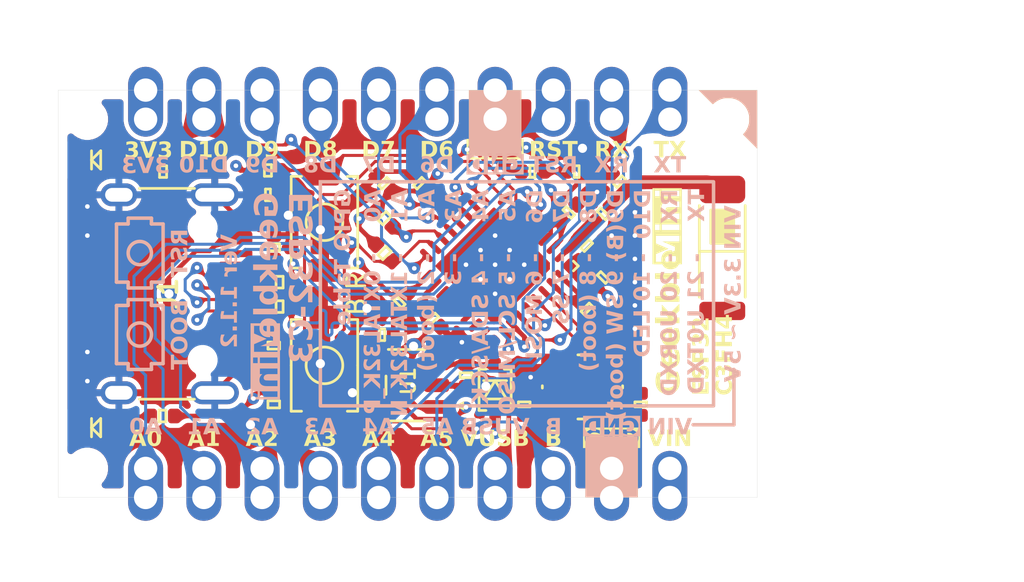
<source format=kicad_pcb>
(kicad_pcb (version 20240108) (generator "pcbnew") (generator_version "8.0")
  (title_block (rev "1") (company "Geekble") (comment 4 "SooDragon"))
  (layers (0 "F.Cu" signal) (1 "In1.Cu" power "GND") (2 "In2.Cu" signal "Power") (31 "B.Cu" signal) (34 "B.Paste" user) (35 "F.Paste" user) (36 "B.SilkS" user "B.Silkscreen") (37 "F.SilkS" user "F.Silkscreen") (38 "B.Mask" user) (39 "F.Mask" user) (44 "Edge.Cuts" user))
  (net 0 "")
  (net 1 "Net-(ANT1-PadFeed)")
  (net 3 "GND")
  (net 4 "Net-(U2-LNA_IN)")
  (net 5 "/CHIP_EN")
  (net 6 "+3V3")
  (net 7 "Net-(C8-Pad2)")
  (net 8 "Net-(U2-XTAL_P)")
  (net 9 "Net-(U2-XTAL_N)")
  (net 10 "/GPIO0")
  (net 11 "/GPIO1")
  (net 12 "/GPIO2")
  (net 13 "/GPIO3")
  (net 14 "/GPIO4")
  (net 15 "/GPIO9{slash}BOOT")
  (net 16 "/GPIO10")
  (net 17 "/GPIO8{slash}PWM")
  (net 18 "/GPIO7")
  (net 19 "/GPIO6")
  (net 20 "/GPIO5")
  (net 21 "/GPIO20{slash}RX")
  (net 22 "/GPIO21{slash}TX")
  (net 23 "Net-(J1-CC2)")
  (net 24 "Net-(J1-D1+)")
  (net 26 "Net-(J1-D1-)")
  (net 28 "Net-(J1-CC1)")
  (net 29 "Net-(LED1-PadA)")
  (net 30 "Net-(LED2-PadA)")
  (net 31 "/USB_N")
  (net 32 "/USB_P")
  (net 33 "VUSB")
  (net 41 "VIN")
  (footprint "Connectors:1x1_P2.54_CastellatedPad" (layer "F.Cu") (at 42.96999 28.49001 90)
    (property "Reference" "H15" (hide yes))
    (property "Value" "MountingHole_Pad" (hide yes))
  )
  (footprint "Diodes:LED_0603_White" (layer "F.Cu") (at 30.65099 30.26801)
    (property "Reference" "LED2" (hide yes))
    (property "Value" "LED,0603,White")
  )
  (footprint "Capacitors:C_0402" (layer "F.Cu") (at 38.14399 31.79201)
    (property "Reference" "C4" (hide yes))
    (property "Value" "100nF,50V")
  )
  (footprint "Resistors:R_0402" (layer "F.Cu") (at 38.14399 30.72521)
    (property "Reference" "R6" (hide yes))
    (property "Value" "10KR,1%")
  )
  (footprint "Connectors:1x1_P2.54_CastellatedPad" (layer "F.Cu") (at 32.80999 28.49001 90)
    (property "Reference" "H11" (hide yes))
    (property "Value" "MountingHole_Pad" (hide yes))
  )
  (footprint "Connectors:1x1_P2.54_CastellatedPad" (layer "F.Cu") (at 35.34999 28.49001 90)
    (property "Reference" "H12" (hide yes))
    (property "Value" "MountingHole_Pad" (hide yes))
  )
  (footprint "Marks:ToolingHole_JLCPCB" (layer "F.Cu") (at 30.26999 28.49001)
    (property "Reference" "TH4" (hide yes))
    (property "Value" "ToolingHole" (hide yes))
  )
  (footprint "Connectors:1x1_P2.54_CastellatedPad" (layer "F.Cu") (at 48.04999 28.49001 90)
    (property "Reference" "H17" (hide yes))
    (property "Value" "MountingHole_Pad" (hide yes))
  )
  (footprint "Resistors:R_0402" (layer "F.Cu") (at 38.39799 34.07801 90)
    (property "Reference" "R1" (hide yes))
    (property "Value" "5.1KR,1%")
  )
  (footprint "Connectors:1x1_P2.54_CastellatedPad" (layer "F.Cu") (at 40.42999 43.73001 -90)
    (property "Reference" "H4" (hide yes))
    (property "Value" "MountingHole_Pad" (hide yes))
  )
  (footprint "Capacitors:C_0402" (layer "F.Cu") (at 53.476102 31.21801 -45)
    (property "Reference" "C1" (hide yes))
    (property "Value" "1.8pF,50V")
  )
  (footprint "Connectors:1x1_P2.54_CastellatedPad" (layer "F.Cu") (at 32.80999 43.73001 -90)
    (property "Reference" "H1" (hide yes))
    (property "Value" "MountingHole_Pad" (hide yes))
  )
  (footprint "Marks:ToolingHole_JLCPCB" (layer "F.Cu") (at 58.20999 28.49001)
    (property "Reference" "TH5" (hide yes))
    (property "Value" "ToolingHole" (hide yes))
  )
  (footprint "Connectors:1x1_P2.54_CastellatedPad" (layer "F.Cu") (at 55.66999 43.73001 -90)
    (property "Reference" "H10" (hide yes))
    (property "Value" "MountingHole_Pad" (hide yes))
  )
  (footprint "Resistors:R_0402" (layer "F.Cu") (at 38.65199 35.60201)
    (property "Reference" "R4" (hide yes))
    (property "Value" "33R,1%")
  )
  (footprint "Resistors:R_0402" (layer "F.Cu") (at 33.57199 30.77601)
    (property "Reference" "R8" (hide yes))
    (property "Value" "5.1KR,1%")
  )
  (footprint "Capacitors:C_0402" (layer "F.Cu") (at 43.87062 36.46561 45)
    (property "Reference" "C15" (hide yes))
    (property "Value" "100nF,50V")
  )
  (footprint "Capacitors:C_0402" (layer "F.Cu") (at 51.26202 32.55401 -135)
    (property "Reference" "C8" (hide yes))
    (property "Value" "1uF,25V")
  )
  (footprint "Pushbutton_Switches_Relays:TS-1088-AR020" (layer "F.Cu") (at 40.60779 39.23421 -90)
    (property "Reference" "SW2")
    (property "Value" "TS-1088-AR02016")
  )
  (footprint "Pushbutton_Switches_Relays:TS-1088-AR020" (layer "F.Cu") (at 40.60779 32.98581 90)
    (property "Reference" "SW1")
    (property "Value" "TS-1088-AR02016")
  )
  (footprint "Resistors:R_0402" (layer "F.Cu") (at 38.39799 40.93601 -90)
    (property "Reference" "R5" (hide yes))
    (property "Value" "10KR,1%")
  )
  (footprint "Embedded_Processors_Controllers:QFN-32-EP(5x5)" (layer "F.Cu") (at 48.001609 34.896451 -135)
    (property "Reference" "U2" (hide yes))
    (property "Value" "ESP32-C3FH4")
  )
  (footprint "Connectors:1x1_P2.54_CastellatedPad" (layer "F.Cu") (at 37.88999 43.73001 -90)
    (property "Reference" "H3" (hide yes))
    (property "Value" "MountingHole_Pad" (hide yes))
  )
  (footprint "Capacitors:C_0402" (layer "F.Cu") (at 52.76062 35.39881 -135)
    (property "Reference" "C9" (hide yes))
    (property "Value" "1uF,25V")
  )
  (footprint "Inductors_Chokes_Transformers:L_0402" (layer "F.Cu") (at 52.755691 32.617243 -135)
    (property "Reference" "L1" (hide yes))
    (property "Value" "2.7nH,500mA,100mR")
  )
  (footprint "Capacitors:C_0402" (layer "F.Cu") (at 49.31999 40.93601 -90)
    (property "Reference" "C13" (hide yes))
    (property "Value" "15pF,50V")
  )
  (footprint "Resistors:R_0402" (layer "F.Cu") (at 38.65199 36.66881)
    (property "Reference" "R3" (hide yes))
    (property "Value" "33R,1%")
  )
  (footprint "Resistors:R_0402" (layer "F.Cu") (at 43.22399 32.80801 -45)
    (property "Reference" "R9" (hide yes))
    (property "Value" "10KR,1%")
  )
  (footprint "Power_Management_ICs:SOT-23-5" (layer "F.Cu") (at 44.19189 40.099421)
    (property "Reference" "U1")
    (property "Value" "LP5907MFX-3.3/NOPB")
  )
  (footprint "Connectors:1x1_P2.54_CastellatedPad" (layer "F.Cu") (at 50.58999 28.49001 90)
    (property "Reference" "H18" (hide yes))
    (property "Value" "MountingHole_Pad" (hide yes))
  )
  (footprint "Connectors:1x1_P2.54_CastellatedPad" (layer "F.Cu") (at 40.42999 28.49001 90)
    (property "Reference" "H14" (hide yes))
    (property "Value" "MountingHole_Pad" (hide yes))
  )
  (footprint "RadioFrequencyChip_Antenna:ANT_5020" (layer "F.Cu") (at 57.95599 34.257421 -90)
    (property "Reference" "ANT1" (hide yes))
    (property "Value" "KH-5020D245M0X")
  )
  (footprint "Connectors:1x1_P2.54_CastellatedPad" (layer "F.Cu") (at 42.96999 43.73001 -90)
    (property "Reference" "H5" (hide yes))
    (property "Value" "MountingHole_Pad" (hide yes))
  )
  (footprint "Connectors:1x1_P2.54_CastellatedPad" (layer "F.Cu") (at 48.04999 43.73001 -90)
    (property "Reference" "H7" (hide yes))
    (property "Value" "MountingHole_Pad" (hide yes))
  )
  (footprint "Connectors:1x1_P2.54_CastellatedPad" (layer "F.Cu") (at 50.58999 43.73001 -90)
    (property "Reference" "H8" (hide yes))
    (property "Value" "MountingHole_Pad" (hide yes))
  )
  (footprint "Capacitors:C_0402" (layer "F.Cu") (at 54.39999 40.93601 90)
    (property "Reference" "C12" (hide yes))
    (property "Value" "15pF,50V")
  )
  (footprint "Diodes:SOD-323F" (layer "F.Cu") (at 48.04999 40.30101 -90)
    (property "Reference" "D1" (hide yes))
    (property "Value" "1N5819WS")
  )
  (footprint "Connectors:1x1_P2.54_CastellatedPad" (layer "F.Cu") (at 55.66999 28.49001 90)
    (property "Reference" "H20" (hide yes))
    (property "Value" "MountingHole_Pad" (hide yes))
  )
  (footprint "Inductors_Chokes_Transformers:L_0402" (layer "F.Cu") (at 51.60599 30.77601)
    (property "Reference" "L2" (hide yes))
    (property "Value" "2.7nH,500mA,100mR")
  )
  (footprint "Connectors:1x1_P2.54_CastellatedPad" (layer "F.Cu") (at 45.50999 28.49001 90)
    (property "Reference" "H16" (hide yes))
    (property "Value" "MountingHole_Pad" (hide yes))
  )
  (footprint "Capacitors:C_0402" (layer "F.Cu") (at 43.1292 37.8968 180)
    (property "Reference" "C5" (hide yes))
    (property "Value" "10uF,10V")
  )
  (footprint "Capacitors:C_0402" (layer "F.Cu") (at 49.67559 30.77601)
    (property "Reference" "C7" (hide yes))
    (property "Value" "100nF,50V")
  )
  (footprint "Capacitors:C_0402" (layer "F.Cu") (at 44.74799 31.28401 -45)
    (property "Reference" "C6" (hide yes))
    (property "Value" "10uF,10V")
  )
  (footprint "Resistors:R_0402" (layer "F.Cu") (at 33.545193 41.44401 180)
    (property "Reference" "R7" (hide yes))
    (property "Value" "5.1KR,1%")
  )
  (footprint "Connectors:1x1_P2.54_CastellatedPad" (layer "F.Cu") (at 53.12999 28.49001 90)
    (property "Reference" "H19" (hide yes))
    (property "Value" "MountingHole_Pad" (hide yes))
  )
  (footprint "Capacitors:C_0402" (layer "F.Cu") (at 46.77999 39.66601 90)
    (property "Reference" "C3" (hide yes))
    (property "Value" "10uF,10V")
  )
  (footprint "Capacitors:C_0402" (layer "F.Cu") (at 52.044491 34.007265 135)
    (property "Reference" "C2" (hide yes))
    (property "Value" "1.8pF,50V")
  )
  (footprint "Marks:SooDragonKOR_Mask_3.8x1.4" (layer "F.Cu") (at 31.53999 36.10001 90)
    (property "Reference" "Logo1" (hide yes))
    (property "Value" "Geekble_Logo" (hide yes))
  )
  (footprint "Resistors:R_0402" (layer "F.Cu") (at 43.22399 34.33201 -45)
    (property "Reference" "R10" (hide yes))
    (property "Value" "10KR,1%")
  )
  (footprint "Capacitors:C_0402" (layer "F.Cu") (at 52.04942 36.77041 135)
    (property "Reference" "C10" (hide yes))
    (property "Value" "10nF,50V")
  )
  (footprint "Connectors:1x1_P2.54_CastellatedPad" (layer "F.Cu") (at 53.12999 43.73001 -90)
    (property "Reference" "H9" (hide yes))
    (property "Value" "MountingHole_Pad" (hide yes))
  )
  (footprint "Marks:ToolingHole_JLCPCB" (layer "F.Cu") (at 58.20999 43.73001)
    (property "Reference" "TH3" (hide yes))
    (property "Value" "ToolingHole" (hide yes))
  )
  (footprint "Connectors:USB_DIP,8.94x7.3mm" (layer "F.Cu") (at 34.18969 36.11001 -90)
    (property "Reference" "J1")
    (property "Value" "USB_C_Receptacle_USB2.0_DIP")
  )
  (footprint "Connectors:1x1_P2.54_CastellatedPad" (layer "F.Cu") (at 35.34999 43.73001 -90)
    (property "Reference" "H2" (hide yes))
    (property "Value" "MountingHole_Pad" (hide yes))
  )
  (footprint "Crystals:SMD-3225_4P" (layer "F.Cu") (at 51.85999 40.17401 180)
    (property "Reference" "Y1" (hide yes))
    (property "Value" "40MHz" (hide yes))
  )
  (footprint "Connectors:1x1_P2.54_CastellatedPad" (layer "F.Cu") (at 45.50999 43.73001 -90)
    (property "Reference" "H6" (hide yes))
    (property "Value" "MountingHole_Pad" (hide yes))
  )
  (footprint "Connectors:1x1_P2.54_CastellatedPad" (layer "F.Cu") (at 37.88999 28.49001 90)
    (property "Reference" "H13" (hide yes))
    (property "Value" "MountingHole_Pad" (hide yes))
  )
  (footprint "Resistors:R_0402" (layer "F.Cu") (at 38.39799 38.37001 -90)
    (property "Reference" "R2" (hide yes))
    (property "Value" "5.1KR,1%")
  )
  (footprint "Marks:ToolingHole_JLCPCB" (layer "F.Cu") (at 30.26999 43.73001)
    (property "Reference" "TH2" (hide yes))
    (property "Value" "ToolingHole" (hide yes))
  )
  (footprint "Capacitors:C_0402" (layer "F.Cu") (at 45.327631 37.211421 135)
    (property "Reference" "C14" (hide yes))
    (property "Value" "1uF,25V")
  )
  (footprint "Diodes:LED_0603_Red" (layer "F.Cu") (at 30.65099 41.95201)
    (property "Reference" "LED1" (hide yes))
    (property "Value" "LED,0603,Red")
  )
  (footprint "Capacitors:C_0402" (layer "F.Cu") (at 43.22399 31.28401 -45)
    (property "Reference" "C11" (hide yes))
    (property "Value" "100nF,50V")
  )
  (gr_line (start 33.57199 36.61801) (end 33.06399 36.61801) (stroke (width 0.153)) (layer "B.SilkS"))
  (gr_line (start 33.06399 39.15801) (end 33.57199 39.15801) (stroke (width 0.153)) (layer "B.SilkS"))
  (gr_line (start 32.04799 36.61801) (end 31.53999 36.61801) (stroke (width 0.153)) (layer "B.SilkS"))
  (gr_line (start 33.06399 39.41201) (end 33.06399 39.15801) (stroke (width 0.153)) (layer "B.SilkS"))
  (gr_line (start 31.53999 36.61801) (end 31.53999 39.15801) (stroke (width 0.153)) (layer "B.SilkS"))
  (gr_line (start 33.06399 36.61801) (end 33.06399 36.36401) (stroke (width 0.153)) (layer "B.SilkS"))
  (gr_circle (center 32.55599 34.33201) (end 32.55599 33.82401) (stroke (width 0.153)) (fill none) (layer "B.SilkS"))
  (gr_line (start 33.57199 39.15801) (end 33.57199 36.61801) (stroke (width 0.153)) (layer "B.SilkS"))
  (gr_line (start 58.46399 41.82501) (end 56.68599 41.82501) (stroke (width 0.153)) (layer "B.SilkS"))
  (gr_circle (center 32.55599 37.88801) (end 32.55599 37.38001) (stroke (width 0.153)) (fill none) (layer "B.SilkS"))
  (gr_line (start 33.57199 33.06201) (end 33.06399 33.06201) (stroke (width 0.153)) (layer "B.SilkS"))
  (gr_line (start 32.04799 35.85601) (end 32.04799 35.60201) (stroke (width 0.153)) (layer "B.SilkS"))
  (gr_line (start 32.04799 33.06201) (end 31.53999 33.06201) (stroke (width 0.153)) (layer "B.SilkS"))
  (gr_poly (pts (xy 49.19299 30.01401) (xy 46.90699 30.01401) (xy 46.90699 27.220009) (xy 49.19299 27.220009)) (fill solid) (layer "B.SilkS"))
  (gr_line (start 32.04799 39.41201) (end 33.06399 39.41201) (stroke (width 0.153)) (layer "B.SilkS"))
  (gr_line (start 33.06399 32.80801) (end 32.04799 32.80801) (stroke (width 0.153)) (layer "B.SilkS"))
  (gr_line (start 33.06399 33.06201) (end 33.06399 32.80801) (stroke (width 0.153)) (layer "B.SilkS"))
  (gr_line (start 32.04799 32.80801) (end 32.04799 33.06201) (stroke (width 0.153)) (layer "B.SilkS"))
  (gr_line (start 32.04799 39.41201) (end 32.04799 39.15801) (stroke (width 0.153)) (layer "B.SilkS"))
  (gr_line (start 31.53999 33.06201) (end 31.53999 35.60201) (stroke (width 0.153)) (layer "B.SilkS"))
  (gr_line (start 33.06399 35.60201) (end 33.57199 35.60201) (stroke (width 0.153)) (layer "B.SilkS"))
  (gr_line (start 33.06399 35.85601) (end 33.06399 35.60201) (stroke (width 0.153)) (layer "B.SilkS"))
  (gr_poly (pts (xy 59.05665 28.106371) (xy 59.05665 28.119601) (xy 59.06327 28.119601) (xy 59.063271 28.12621) (xy 59.069891 28.12621) (xy 59.069891 28.15267) (xy 59.0765 28.152671) (xy 59.0765 28.172511) (xy 59.089731 28.17251) (xy 59.08973 28.20559) (xy 59.09634 28.20559) (xy 59.09634 28.24527) (xy 59.10957 28.24527) (xy 59.10957 28.28496) (xy 59.11619 28.28496) (xy 59.11619 28.29157) (xy 59.1228 28.29157) (xy 59.1228 28.34449) (xy 59.12942 28.34449) (xy 59.12942 28.63553) (xy 59.1228 28.63553) (xy 59.1228 28.68845) (xy 59.11619 28.68845) (xy 59.11619 28.69506) (xy 59.10957 28.69506) (xy 59.10957 28.73475) (xy 59.09634 28.73475) (xy 59.09634 28.774439) (xy 59.089731 28.77444) (xy 59.089731 28.80751) (xy 59.0765 28.807509) (xy 59.0765 28.827349) (xy 59.069891 28.82735) (xy 59.069891 28.85381) (xy 59.063271 28.85381) (xy 59.063271 28.86043) (xy 59.056651 28.86043) (xy 59.056651 28.88027) (xy 59.050041 28.88027) (xy 59.050041 28.88689) (xy 59.043431 28.88689) (xy 59.043431 28.90012) (xy 59.03681 28.900121) (xy 59.03681 28.919961) (xy 59.0302 28.919961) (xy 59.030201 28.92657) (xy 59.02358 28.926571) (xy 59.02358 28.946421) (xy 59.01697 28.946421) (xy 59.01697 28.959651) (xy 59.01035 28.959651) (xy 59.01035 28.966261) (xy 59.00374 28.966261) (xy 59.00374 28.97288) (xy 58.99712 28.97288) (xy 58.99712 28.979491) (xy 58.99051 28.979491) (xy 58.99051 28.99934) (xy 58.9839 28.99934) (xy 58.9839 29.00595) (xy 58.97728 29.00595) (xy 58.97728 29.01256) (xy 58.97067 29.01256) (xy 58.97067 29.03241) (xy 58.96405 29.03241) (xy 58.96405 29.03902) (xy 58.95082 29.03902) (xy 58.95082 29.05887) (xy 58.94421 29.05887) (xy 58.94421 29.06548) (xy 58.93759 29.06548) (xy 58.93759 29.0721) (xy 58.93098 29.0721) (xy 58.93098 29.07871) (xy 58.92436 29.07871) (xy 58.92436 29.08532) (xy 58.91775 29.08532) (xy 58.91775 29.09194) (xy 58.91114 29.09194) (xy 58.91114 29.09855) (xy 58.90452 29.09855) (xy 58.90452 29.10517) (xy 58.8979 29.10517) (xy 58.8979 29.11178) (xy 58.89129 29.11178) (xy 58.89129 29.1184) (xy 58.88468 29.1184) (xy 58.88468 29.13824) (xy 58.87806 29.13824) (xy 58.87806 29.14485) (xy 58.87145 29.14485) (xy 58.87145 29.15147) (xy 58.86483 29.15147) (xy 58.86483 29.1647) (xy 58.87145 29.1647) (xy 58.87145 29.17131) (xy 58.87806 29.17131) (xy 58.87806 29.17793) (xy 58.88468 29.17793) (xy 58.88468 29.18454) (xy 58.89129 29.18454) (xy 58.89129 29.19116) (xy 58.8979 29.19116) (xy 58.8979 29.19777) (xy 58.90452 29.19777) (xy 58.90452 29.20439) (xy 58.91114 29.20439) (xy 58.91114 29.211) (xy 58.91775 29.211) (xy 58.91775 29.21762) (xy 58.92436 29.21762) (xy 58.92436 29.22423) (xy 58.93098 29.22423) (xy 58.93098 29.23085) (xy 58.93759 29.23085) (xy 58.93759 29.23746) (xy 58.94421 29.23746) (xy 58.94421 29.24407) (xy 58.95082 29.24407) (xy 58.95082 29.25069) (xy 58.95744 29.25069) (xy 58.95744 29.2573) (xy 58.96405 29.2573) (xy 58.96405 29.26392) (xy 58.97067 29.26392) (xy 58.97067 29.27053) (xy 58.97728 29.27053) (xy 58.97728 29.27715) (xy 58.9839 29.27715) (xy 58.9839 29.28376) (xy 58.99051 29.28376) (xy 58.99051 29.29038) (xy 58.99712 29.29038) (xy 58.99712 29.29699) (xy 59.00374 29.29699) (xy 59.00374 29.3036) (xy 59.01035 29.3036) (xy 59.01035 29.31022) (xy 59.01697 29.31022) (xy 59.01697 29.31684) (xy 59.02358 29.31684) (xy 59.02358 29.32345) (xy 59.0302 29.32345) (xy 59.0302 29.33006) (xy 59.03681 29.33006) (xy 59.03681 29.33668) (xy 59.04343 29.33668) (xy 59.04343 29.34329) (xy 59.05004 29.34329) (xy 59.05004 29.34991) (xy 59.05665 29.34991) (xy 59.05665 29.35652) (xy 59.06327 29.35652) (xy 59.06327 29.36314) (xy 59.06989 29.36314) (xy 59.06989 29.36975) (xy 59.0765 29.36975) (xy 59.0765 29.37637) (xy 59.08311 29.37637) (xy 59.08311 29.38298) (xy 59.08973 29.38298) (xy 59.08973 29.3896) (xy 59.09634 29.3896) (xy 59.09634 29.39621) (xy 59.10296 29.39621) (xy 59.10296 29.40282) (xy 59.10957 29.40282) (xy 59.10957 29.40944) (xy 59.11619 29.40944) (xy 59.11619 29.41605) (xy 59.1228 29.41605) (xy 59.1228 29.42267) (xy 59.12942 29.42267) (xy 59.12942 29.42928) (xy 59.13603 29.42928) (xy 59.13603 29.4359) (xy 59.14265 29.4359) (xy 59.14265 29.44251) (xy 59.14926 29.44251) (xy 59.14926 29.44913) (xy 59.15587 29.44913) (xy 59.15587 29.45574) (xy 59.16249 29.45574) (xy 59.16249 29.46235) (xy 59.1691 29.46235) (xy 59.1691 29.46897) (xy 59.17572 29.46897) (xy 59.17572 29.47559) (xy 59.18233 29.47559) (xy 59.18233 29.4822) (xy 59.18895 29.4822) (xy 59.18895 29.48881) (xy 59.19556 29.48881) (xy 59.19556 29.49543) (xy 59.20218 29.49543) (xy 59.20218 29.50204) (xy 59.20879 29.50204) (xy 59.20879 29.50866) (xy 59.2154 29.50866) (xy 59.2154 29.51527) (xy 59.22202 29.51527) (xy 59.22202 29.52189) (xy 59.22864 29.52189) (xy 59.22864 29.5285) (xy 59.23525 29.5285) (xy 59.23525 29.53512) (xy 59.24186 29.53512) (xy 59.24186 29.54173) (xy 59.24848 29.54173) (xy 59.24848 29.54835) (xy 59.25509 29.54835) (xy 59.25509 29.55496) (xy 59.26171 29.55496) (xy 59.26171 29.56157) (xy 59.26832 29.56157) (xy 59.26832 29.56819) (xy 59.27494 29.56819) (xy 59.27494 29.5748) (xy 59.28155 29.5748) (xy 59.28155 29.58142) (xy 59.28817 29.58142) (xy 59.28817 29.58803) (xy 59.29478 29.58803) (xy 59.29478 29.59465) (xy 59.3014 29.59465) (xy 59.3014 29.60126) (xy 59.30801 29.60126) (xy 59.30801 29.60788) (xy 59.31462 29.60788) (xy 59.31462 29.61449) (xy 59.32124 29.61449) (xy 59.32124 29.6211) (xy 59.32785 29.6211) (xy 59.32785 29.62772) (xy 59.33447 29.62772) (xy 59.33447 29.63434) (xy 59.34108 29.63434) (xy 59.34108 29.64095) (xy 59.3477 29.64095) (xy 59.3477 29.64756) (xy 59.35431 29.64756) (xy 59.35431 29.65418) (xy 59.36093 29.65418) (xy 59.36093 29.66079) (xy 59.36754 29.66079) (xy 59.36754 29.66741) (xy 59.37415 29.66741) (xy 59.37415 29.67402) (xy 59.38077 29.67402) (xy 59.38077 29.68064) (xy 59.38739 29.68064) (xy 59.38739 29.68725) (xy 59.394 29.68725) (xy 59.394 29.69387) (xy 59.40061 29.69387) (xy 59.40061 29.70048) (xy 59.40723 29.70048) (xy 59.40723 29.7071) (xy 59.41384 29.7071) (xy 59.41384 29.71371) (xy 59.42046 29.71371) (xy 59.42046 29.72032) (xy 59.42707 29.72032) (xy 59.42707 29.72694) (xy 59.43369 29.72694) (xy 59.43369 29.73355) (xy 59.4403 29.73355) (xy 59.4403 29.74017) (xy 59.44692 29.74017) (xy 59.44692 29.74678) (xy 59.45353 29.74678) (xy 59.45353 29.7534) (xy 59.46015 29.7534) (xy 59.46015 29.76001) (xy 59.46676 29.76001) (xy 59.46676 29.76663) (xy 59.47337 29.76663) (xy 59.47337 29.77324) (xy 59.47999 29.77324) (xy 59.47999 27.22001) (xy 56.92676 27.22001) (xy 56.92676 27.22663) (xy 56.93337 27.22663) (xy 56.93337 27.23324) (xy 56.93999 27.23324) (xy 56.93999 27.23985) (xy 56.9466 27.23985) (xy 56.9466 27.24647) (xy 56.95322 27.24647) (xy 56.95322 27.25309) (xy 56.95983 27.25309) (xy 56.95983 27.2597) (xy 56.96645 27.2597) (xy 56.96645 27.26631) (xy 56.97306 27.26631) (xy 56.97306 27.27293) (xy 56.97968 27.27293) (xy 56.97968 27.27954) (xy 56.98629 27.27954) (xy 56.98629 27.28616) (xy 56.9929 27.28616) (xy 56.9929 27.29277) (xy 56.99952 27.29277) (xy 56.99952 27.29939) (xy 57.00614 27.29939) (xy 57.00614 27.306) (xy 57.01275 27.306) (xy 57.01275 27.31262) (xy 57.01936 27.31262) (xy 57.01936 27.31923) (xy 57.02598 27.31923) (xy 57.02598 27.32585) (xy 57.03259 27.32585) (xy 57.03259 27.33246) (xy 57.03921 27.33246) (xy 57.03921 27.33907) (xy 57.04582 27.33907) (xy 57.04582 27.34569) (xy 57.05244 27.34569) (xy 57.05244 27.3523) (xy 57.05905 27.3523) (xy 57.05905 27.35892) (xy 57.06567 27.35892) (xy 57.06567 27.36553) (xy 57.07228 27.36553) (xy 57.07228 27.37215) (xy 57.0789 27.37215) (xy 57.0789 27.37876) (xy 57.08551 27.37876) (xy 57.08551 27.38538) (xy 57.09212 27.38538) (xy 57.09212 27.39199) (xy 57.09874 27.39199) (xy 57.09874 27.3986) (xy 57.10535 27.3986) (xy 57.10535 27.40522) (xy 57.11197 27.40522) (xy 57.11197 27.41184) (xy 57.11858 27.41184) (xy 57.11858 27.41845) (xy 57.1252 27.41845) (xy 57.1252 27.42506) (xy 57.13181 27.42506) (xy 57.13181 27.43168) (xy 57.13843 27.43168) (xy 57.13843 27.43829) (xy 57.14504 27.43829) (xy 57.14504 27.44491) (xy 57.15165 27.44491) (xy 57.15165 27.45152) (xy 57.15827 27.45152) (xy 57.15827 27.45814) (xy 57.16489 27.45814) (xy 57.16489 27.46475) (xy 57.1715 27.46475) (xy 57.1715 27.47137) (xy 57.17811 27.47137) (xy 57.17811 27.47798) (xy 57.18473 27.47798) (xy 57.18473 27.4846) (xy 57.19134 27.4846) (xy 57.19134 27.49121) (xy 57.19796 27.49121) (xy 57.19796 27.49782) (xy 57.20457 27.49782) (xy 57.20457 27.50444) (xy 57.21119 27.50444) (xy 57.21119 27.51105) (xy 57.2178 27.51105) (xy 57.2178 27.51767) (xy 57.22442 27.51767) (xy 57.22442 27.52428) (xy 57.23103 27.52428) (xy 57.23103 27.5309) (xy 57.23765 27.5309) (xy 57.23765 27.53751) (xy 57.24426 27.53751) (xy 57.24426 27.54413) (xy 57.25087 27.54413) (xy 57.25087 27.55074) (xy 57.25749 27.55074) (xy 57.25749 27.55735) (xy 57.2641 27.55735) (xy 57.2641 27.56397) (xy 57.27072 27.56397) (xy 57.27072 27.57059) (xy 57.27733 27.57059) (xy 57.27733 27.5772) (xy 57.28395 27.5772) (xy 57.28395 27.58381) (xy 57.29056 27.58381) (xy 57.29056 27.59043) (xy 57.29718 27.59043) (xy 57.29718 27.59704) (xy 57.30379 27.59704) (xy 57.30379 27.60366) (xy 57.3104 27.60366) (xy 57.3104 27.61027) (xy 57.31702 27.61027) (xy 57.31702 27.61689) (xy 57.32364 27.61689) (xy 57.32364 27.6235) (xy 57.33025 27.6235) (xy 57.33025 27.63012) (xy 57.33686 27.63012) (xy 57.33686 27.63673) (xy 57.34348 27.63673) (xy 57.34348 27.64335) (xy 57.35009 27.64335) (xy 57.35009 27.64996) (xy 57.35671 27.64996) (xy 57.35671 27.65657) (xy 57.36332 27.65657) (xy 57.36332 27.66319) (xy 57.36994 27.66319) (xy 57.36994 27.6698) (xy 57.37655 27.6698) (xy 57.37655 27.67642) (xy 57.38317 27.67642) (xy 57.38317 27.68303) (xy 57.38978 27.68303) (xy 57.38978 27.68965) (xy 57.3964 27.68965) (xy 57.3964 27.69626) (xy 57.40301 27.69626) (xy 57.40301 27.70288) (xy 57.40962 27.70288) (xy 57.40962 27.70949) (xy 57.41624 27.70949) (xy 57.41624 27.7161) (xy 57.42285 27.7161) (xy 57.42285 27.72272) (xy 57.42947 27.72272) (xy 57.42947 27.72934) (xy 57.43608 27.72934) (xy 57.43608 27.73595) (xy 57.4427 27.73595) (xy 57.4427 27.74256) (xy 57.44931 27.74256) (xy 57.44931 27.74918) (xy 57.45593 27.74918) (xy 57.45593 27.75579) (xy 57.46254 27.75579) (xy 57.46254 27.76241) (xy 57.46915 27.76241) (xy 57.46915 27.76902) (xy 57.47577 27.76902) (xy 57.47577 27.77564) (xy 57.48239 27.77564) (xy 57.48239 27.78225) (xy 57.489 27.78225) (xy 57.489 27.78887) (xy 57.49561 27.78887) (xy 57.49561 27.79548) (xy 57.50223 27.79548) (xy 57.50223 27.8021) (xy 57.50884 27.8021) (xy 57.50884 27.80871) (xy 57.51546 27.80871) (xy 57.51546 27.81532) (xy 57.52207 27.81532) (xy 57.52207 27.82194) (xy 57.52869 27.82194) (xy 57.52869 27.82855) (xy 57.5353 27.82855) (xy 57.5353 27.83517) (xy 57.54853 27.83517) (xy 57.54853 27.82855) (xy 57.55515 27.82855) (xy 57.55515 27.82194) (xy 57.57499 27.82194) (xy 57.57499 27.81532) (xy 57.5816 27.81532) (xy 57.5816 27.80871) (xy 57.58822 27.80871) (xy 57.58822 27.8021) (xy 57.59483 27.8021) (xy 57.59483 27.79548) (xy 57.60145 27.79548) (xy 57.60145 27.78887) (xy 57.60806 27.78887) (xy 57.60806 27.78225) (xy 57.61468 27.78225) (xy 57.61468 27.77564) (xy 57.62129 27.77564) (xy 57.62129 27.76902) (xy 57.6279 27.76902) (xy 57.6279 27.76241) (xy 57.64775 27.76241) (xy 57.64775 27.74918) (xy 57.66098 27.74918) (xy 57.66098 27.73595) (xy 57.66759 27.73595) (xy 57.66759 27.72934) (xy 57.68744 27.72934) (xy 57.68744 27.72272) (xy 57.69405 27.72272) (xy 57.69405 27.7161) (xy 57.700669 27.7161) (xy 57.700669 27.70949) (xy 57.720509 27.70949) (xy 57.720509 27.70288) (xy 57.72712 27.70288) (xy 57.72712 27.69626) (xy 57.733739 27.69626) (xy 57.733739 27.68965) (xy 57.740349 27.68965) (xy 57.740349 27.68303) (xy 57.753579 27.68303) (xy 57.753579 27.67642) (xy 57.773429 27.67642) (xy 57.77343 27.669799) (xy 57.780039 27.6698) (xy 57.780039 27.66319) (xy 57.79989 27.663189) (xy 57.79989 27.656569) (xy 57.81311 27.656569) (xy 57.81311 27.649959) (xy 57.81973 27.649959) (xy 57.81973 27.643349) (xy 57.83957 27.643349) (xy 57.83957 27.636729) (xy 57.84619 27.636729) (xy 57.846191 27.63012) (xy 57.872651 27.63012) (xy 57.872651 27.6235) (xy 57.892491 27.6235) (xy 57.89249 27.610269) (xy 57.92556 27.610269) (xy 57.925561 27.60366) (xy 57.96525 27.60366) (xy 57.96525 27.59043) (xy 58.00494 27.59043) (xy 58.00494 27.58381) (xy 58.01155 27.58381) (xy 58.01155 27.5772) (xy 58.06447 27.5772) (xy 58.06447 27.57059) (xy 58.35551 27.57059) (xy 58.35551 27.5772) (xy 58.40843 27.5772) (xy 58.40843 27.58381) (xy 58.41504 27.58381) (xy 58.41504 27.59043) (xy 58.45473 27.59043) (xy 58.45473 27.60366) (xy 58.494419 27.60366) (xy 58.49442 27.610269) (xy 58.52749 27.610269) (xy 58.527489 27.6235) (xy 58.547329 27.6235) (xy 58.547329 27.63012) (xy 58.573789 27.63012) (xy 58.57379 27.636729) (xy 58.580399 27.63673) (xy 58.580399 27.64335) (xy 58.60025 27.643349) (xy 58.60025 27.649959) (xy 58.60686 27.649959) (xy 58.60686 27.656569) (xy 58.62009 27.656569) (xy 58.62009 27.663189) (xy 58.639941 27.66319) (xy 58.639941 27.6698) (xy 58.64655 27.669799) (xy 58.646551 27.67642) (xy 58.666401 27.67642) (xy 58.666401 27.68303) (xy 58.679621 27.68303) (xy 58.679621 27.68965) (xy 58.686241 27.68965) (xy 58.686241 27.69626) (xy 58.692851 27.69626) (xy 58.692851 27.70288) (xy 58.699471 27.70288) (xy 58.699471 27.70949) (xy 58.719311 27.70949) (xy 58.719311 27.7161) (xy 58.72593 27.7161) (xy 58.72593 27.72272) (xy 58.73254 27.72272) (xy 58.73254 27.72934) (xy 58.75239 27.72934) (xy 58.75239 27.73595) (xy 58.759 27.73595) (xy 58.759 27.74918) (xy 58.77223 27.74918) (xy 58.77223 27.76241) (xy 58.79207 27.76241) (xy 58.79207 27.76902) (xy 58.79869 27.76902) (xy 58.79869 27.77564) (xy 58.8053 27.77564) (xy 58.8053 27.78225) (xy 58.81192 27.78225) (xy 58.81192 27.78887) (xy 58.81853 27.78887) (xy 58.81853 27.79548) (xy 58.82515 27.79548) (xy 58.82515 27.8021) (xy 58.83176 27.8021) (xy 58.83176 27.80871) (xy 58.83837 27.80871) (xy 58.83837 27.81532) (xy 58.84499 27.81532) (xy 58.84499 27.82194) (xy 58.8516 27.82194) (xy 58.8516 27.82855) (xy 58.85822 27.82855) (xy 58.85822 27.83517) (xy 58.86483 27.83517) (xy 58.86483 27.84178) (xy 58.87145 27.84178) (xy 58.87145 27.8484) (xy 58.87806 27.8484) (xy 58.87806 27.85501) (xy 58.88468 27.85501) (xy 58.88468 27.86163) (xy 58.89129 27.86163) (xy 58.89129 27.86824) (xy 58.8979 27.86824) (xy 58.8979 27.87485) (xy 58.90452 27.87485) (xy 58.90452 27.88147) (xy 58.91114 27.88147) (xy 58.91114 27.88809) (xy 58.91775 27.88809) (xy 58.91775 27.8947) (xy 58.92436 27.8947) (xy 58.92436 27.90131) (xy 58.93098 27.90131) (xy 58.93098 27.90793) (xy 58.93759 27.90793) (xy 58.93759 27.92777) (xy 58.95082 27.92777) (xy 58.95082 27.941) (xy 58.96405 27.941) (xy 58.96405 27.94762) (xy 58.97067 27.94762) (xy 58.97067 27.96746) (xy 58.97728 27.96746) (xy 58.97728 27.97407) (xy 58.9839 27.97407) (xy 58.9839 27.980689) (xy 58.99051 27.980689) (xy 58.99051 28.000529) (xy 58.99712 28.000529) (xy 58.99712 28.007149) (xy 59.00374 28.007149) (xy 59.00374 28.013759) (xy 59.01035 28.013759) (xy 59.01035 28.020379) (xy 59.01697 28.020379) (xy 59.01697 28.033599) (xy 59.02358 28.033599) (xy 59.02358 28.053449) (xy 59.030201 28.05345) (xy 59.0302 28.060059) (xy 59.03681 28.060059) (xy 59.036811 28.07991) (xy 59.043431 28.07991) (xy 59.043431 28.09314) (xy 59.050041 28.09314) (xy 59.050041 28.09975) (xy 59.056651 28.09975)) (fill solid) (layer "B.SilkS"))
  (gr_rect (start 40.42999 31.22051) (end 57.57499 40.99951) (stroke (width 0.153)) (fill none) (layer "B.SilkS"))
  (gr_line (start 58.46399 39.41201) (end 58.46399 41.82501) (stroke (width 0.153)) (layer "B.SilkS"))
  (gr_line (start 32.04799 36.36401) (end 32.04799 36.61801) (stroke (width 0.153)) (layer "B.SilkS"))
  (gr_line (start 33.57199 35.60201) (end 33.57199 33.06201) (stroke (width 0.153)) (layer "B.SilkS"))
  (gr_rect (start 51.98699 42.33301) (end 54.27299 45.00001) (fill solid) (layer "B.SilkS"))
  (gr_line (start 33.06399 36.36401) (end 32.04799 36.36401) (stroke (width 0.153)) (layer "B.SilkS"))
  (gr_line (start 32.04799 35.60201) (end 31.53999 35.60201) (stroke (width 0.153)) (layer "B.SilkS"))
  (gr_line (start 32.04799 39.15801) (end 31.53999 39.15801) (stroke (width 0.153)) (layer "B.SilkS"))
  (gr_line (start 32.04799 35.85601) (end 33.06399 35.85601) (stroke (width 0.153)) (layer "B.SilkS"))
  (gr_poly (pts (xy 58.59363 27.64335) (xy 58.5804 27.64335) (xy 58.5804 27.63673) (xy 58.57379 27.63673) (xy 58.57379 27.63011) (xy 58.54733 27.63011) (xy 58.54733 27.6235) (xy 58.52749 27.6235) (xy 58.52749 27.61027) (xy 58.49441 27.61027) (xy 58.49441 27.60366) (xy 58.45473 27.60366) (xy 58.45473 27.59043) (xy 58.41504 27.59043) (xy 58.41504 27.58381) (xy 58.40843 27.58381) (xy 58.40843 27.5772) (xy 58.35551 27.5772) (xy 58.35551 27.57058) (xy 58.06447 27.57058) (xy 58.06447 27.5772) (xy 58.01155 27.5772) (xy 58.01155 27.58381) (xy 58.00494 27.58381) (xy 58.00494 27.59043) (xy 57.96525 27.59043) (xy 57.96525 27.60366) (xy 57.92556 27.60366) (xy 57.92556 27.61027) (xy 57.89249 27.61027) (xy 57.89249 27.6235) (xy 57.87265 27.6235) (xy 57.87265 27.63011) (xy 57.84619 27.63011) (xy 57.84619 27.63673) (xy 57.83957 27.63673) (xy 57.83957 27.64335) (xy 57.81973 27.64335) (xy 57.81973 27.64996) (xy 57.81311 27.64996) (xy 57.81311 27.65657) (xy 57.79988 27.65657) (xy 57.79988 27.66319) (xy 57.78004 27.66319) (xy 57.78004 27.6698) (xy 57.77343 27.6698) (xy 57.77343 27.67642) (xy 57.75358 27.67642) (xy 57.75358 27.68303) (xy 57.74035 27.68303) (xy 57.74035 27.68965) (xy 57.73374 27.68965) (xy 57.73374 27.69626) (xy 57.72712 27.69626) (xy 57.72712 27.70288) (xy 57.72051 27.70288) (xy 57.72051 27.70949) (xy 57.70066 27.70949) (xy 57.70066 27.7161) (xy 57.69405 27.7161) (xy 57.69405 27.72272) (xy 57.68744 27.72272) (xy 57.68744 27.72933) (xy 57.66759 27.72933) (xy 57.66759 27.73595) (xy 57.66098 27.73595) (xy 57.66098 27.74918) (xy 57.64113 27.74918) (xy 57.64113 27.75579) (xy 57.63452 27.75579) (xy 57.63452 27.76241) (xy 57.6279 27.76241) (xy 57.6279 27.76902) (xy 57.62129 27.76902) (xy 57.62129 27.77564) (xy 57.61468 27.77564) (xy 57.61468 27.78225) (xy 57.60806 27.78225) (xy 57.60806 27.78886) (xy 57.60145 27.78886) (xy 57.60145 27.79548) (xy 57.59483 27.79548) (xy 57.59483 27.8021) (xy 57.58822 27.8021) (xy 57.58822 27.80871) (xy 57.5816 27.80871) (xy 57.5816 27.81532) (xy 57.56176 27.81532) (xy 57.56176 27.82194) (xy 57.55515 27.82194) (xy 57.55515 27.82855) (xy 57.54853 27.82855) (xy 57.54853 27.83517) (xy 57.5353 27.83517) (xy 57.5353 27.82855) (xy 57.52869 27.82855) (xy 57.52869 27.82194) (xy 57.52207 27.82194) (xy 57.52207 27.81532) (xy 57.51546 27.81532) (xy 57.51546 27.80871) (xy 57.50884 27.80871) (xy 57.50884 27.8021) (xy 57.50223 27.8021) (xy 57.50223 27.79548) (xy 57.49561 27.79548) (xy 57.49561 27.78886) (xy 57.489 27.78886) (xy 57.489 27.78225) (xy 57.48238 27.78225) (xy 57.48238 27.77564) (xy 57.47577 27.77564) (xy 57.47577 27.76902) (xy 57.46915 27.76902) (xy 57.46915 27.76241) (xy 57.46254 27.76241) (xy 57.46254 27.75579) (xy 57.45593 27.75579) (xy 57.45593 27.74918) (xy 57.44931 27.74918) (xy 57.44931 27.74256) (xy 57.4427 27.74256) (xy 57.4427 27.73595) (xy 57.43608 27.73595) (xy 57.43608 27.72933) (xy 57.42947 27.72933) (xy 57.42947 27.72272) (xy 57.42285 27.72272) (xy 57.42285 27.7161) (xy 57.41624 27.7161) (xy 57.41624 27.70949) (xy 57.40962 27.70949) (xy 57.40962 27.70288) (xy 57.40301 27.70288) (xy 57.40301 27.69626) (xy 57.3964 27.69626) (xy 57.3964 27.68965) (xy 57.38978 27.68965) (xy 57.38978 27.68303) (xy 57.38316 27.68303) (xy 57.38316 27.67642) (xy 57.37655 27.67642) (xy 57.37655 27.6698) (xy 57.36994 27.6698) (xy 57.36994 27.66319) (xy 57.36332 27.66319) (xy 57.36332 27.65657) (xy 57.35671 27.65657) (xy 57.35671 27.64996) (xy 57.35009 27.64996) (xy 57.35009 27.64335) (xy 57.34348 27.64335) (xy 57.34348 27.63673) (xy 57.33686 27.63673) (xy 57.33686 27.63011) (xy 57.33025 27.63011) (xy 57.33025 27.6235) (xy 57.32363 27.6235) (xy 57.32363 27.61689) (xy 57.31702 27.61689) (xy 57.31702 27.61027) (xy 57.3104 27.61027) (xy 57.3104 27.60366) (xy 57.30379 27.60366) (xy 57.30379 27.59704) (xy 57.29718 27.59704) (xy 57.29718 27.59043) (xy 57.29056 27.59043) (xy 57.29056 27.58381) (xy 57.28395 27.58381) (xy 57.28395 27.5772) (xy 57.27733 27.5772) (xy 57.27733 27.57058) (xy 57.27072 27.57058) (xy 57.27072 27.56397) (xy 57.2641 27.56397) (xy 57.2641 27.55735) (xy 57.25749 27.55735) (xy 57.25749 27.55074) (xy 57.25087 27.55074) (xy 57.25087 27.54413) (xy 57.24426 27.54413) (xy 57.24426 27.53751) (xy 57.23765 27.53751) (xy 57.23765 27.5309) (xy 57.23103 27.5309) (xy 57.23103 27.52428) (xy 57.22441 27.52428) (xy 57.22441 27.51767) (xy 57.2178 27.51767) (xy 57.2178 27.51105) (xy 57.21119 27.51105) (xy 57.21119 27.50444) (xy 57.20457 27.50444) (xy 57.20457 27.49782) (xy 57.19796 27.49782) (xy 57.19796 27.49121) (xy 57.19134 27.49121) (xy 57.19134 27.4846) (xy 57.18473 27.4846) (xy 57.18473 27.47798) (xy 57.17811 27.47798) (xy 57.17811 27.47136) (xy 57.1715 27.47136) (xy 57.1715 27.46475) (xy 57.16488 27.46475) (xy 57.16488 27.45814) (xy 57.15827 27.45814) (xy 57.15827 27.45152) (xy 57.15165 27.45152) (xy 57.15165 27.44491) (xy 57.14504 27.44491) (xy 57.14504 27.43829) (xy 57.13843 27.43829) (xy 57.13843 27.43168) (xy 57.13181 27.43168) (xy 57.13181 27.42506) (xy 57.1252 27.42506) (xy 57.1252 27.41845) (xy 57.11858 27.41845) (xy 57.11858 27.41183) (xy 57.11197 27.41183) (xy 57.11197 27.40522) (xy 57.10535 27.40522) (xy 57.10535 27.3986) (xy 57.09874 27.3986) (xy 57.09874 27.39199) (xy 57.09212 27.39199) (xy 57.09212 27.38538) (xy 57.08551 27.38538) (xy 57.08551 27.37876) (xy 57.0789 27.37876) (xy 57.0789 27.37215) (xy 57.07228 27.37215) (xy 57.07228 27.36553) (xy 57.06566 27.36553) (xy 57.06566 27.35892) (xy 57.05905 27.35892) (xy 57.05905 27.3523) (xy 57.05244 27.3523) (xy 57.05244 27.34569) (xy 57.04582 27.34569) (xy 57.04582 27.33907) (xy 57.03921 27.33907) (xy 57.03921 27.33246) (xy 57.03259 27.33246) (xy 57.03259 27.32585) (xy 57.02598 27.32585) (xy 57.02598 27.31923) (xy 57.01936 27.31923) (xy 57.01936 27.31261) (xy 57.01275 27.31261) (xy 57.01275 27.306) (xy 57.00613 27.306) (xy 57.00613 27.29939) (xy 56.99952 27.29939) (xy 56.99952 27.29277) (xy 56.9929 27.29277) (xy 56.9929 27.28616) (xy 56.98629 27.28616) (xy 56.98629 27.27954) (xy 56.97968 27.27954) (xy 56.97968 27.27293) (xy 56.97306 27.27293) (xy 56.97306 27.26631) (xy 56.96645 27.26631) (xy 56.96645 27.2597) (xy 56.95983 27.2597) (xy 56.95983 27.25308) (xy 56.95322 27.25308) (xy 56.95322 27.24647) (xy 56.9466 27.24647) (xy 56.9466 27.23985) (xy 56.93999 27.23985) (xy 56.93999 27.23324) (xy 56.93337 27.23324) (xy 56.93337 27.22663) (xy 56.92676 27.22663) (xy 56.92676 27.22001) (xy 59.47999 27.22001) (xy 59.47999 29.77324) (xy 59.47337 29.77324) (xy 59.47337 29.76663) (xy 59.46676 29.76663) (xy 59.46676 29.76001) (xy 59.46015 29.76001) (xy 59.46015 29.7534) (xy 59.45353 29.7534) (xy 59.45353 29.74678) (xy 59.44691 29.74678) (xy 59.44691 29.74017) (xy 59.4403 29.74017) (xy 59.4403 29.73355) (xy 59.43369 29.73355) (xy 59.43369 29.72694) (xy 59.42707 29.72694) (xy 59.42707 29.72032) (xy 59.42046 29.72032) (xy 59.42046 29.71371) (xy 59.41384 29.71371) (xy 59.41384 29.7071) (xy 59.40723 29.7071) (xy 59.40723 29.70048) (xy 59.40061 29.70048) (xy 59.40061 29.69386) (xy 59.394 29.69386) (xy 59.394 29.68725) (xy 59.38738 29.68725) (xy 59.38738 29.68064) (xy 59.38077 29.68064) (xy 59.38077 29.67402) (xy 59.37415 29.67402) (xy 59.37415 29.66741) (xy 59.36754 29.66741) (xy 59.36754 29.66079) (xy 59.36093 29.66079) (xy 59.36093 29.65418) (xy 59.35431 29.65418) (xy 59.35431 29.64756) (xy 59.3477 29.64756) (xy 59.3477 29.64095) (xy 59.34108 29.64095) (xy 59.34108 29.63433) (xy 59.33447 29.63433) (xy 59.33447 29.62772) (xy 59.32785 29.62772) (xy 59.32785 29.6211) (xy 59.32124 29.6211) (xy 59.32124 29.61449) (xy 59.31462 29.61449) (xy 59.31462 29.60788) (xy 59.30801 29.60788) (xy 59.30801 29.60126) (xy 59.3014 29.60126) (xy 59.3014 29.59465) (xy 59.29478 29.59465) (xy 59.29478 29.58803) (xy 59.28816 29.58803) (xy 59.28816 29.58142) (xy 59.28155 29.58142) (xy 59.28155 29.5748) (xy 59.27494 29.5748) (xy 59.27494 29.56819) (xy 59.26832 29.56819) (xy 59.26832 29.56157) (xy 59.26171 29.56157) (xy 59.26171 29.55496) (xy 59.25509 29.55496) (xy 59.25509 29.54835) (xy 59.24848 29.54835) (xy 59.24848 29.54173) (xy 59.24186 29.54173) (xy 59.24186 29.53511) (xy 59.23525 29.53511) (xy 59.23525 29.5285) (xy 59.22863 29.5285) (xy 59.22863 29.52189) (xy 59.22202 29.52189) (xy 59.22202 29.51527) (xy 59.2154 29.51527) (xy 59.2154 29.50866) (xy 59.20879 29.50866) (xy 59.20879 29.50204) (xy 59.20218 29.50204) (xy 59.20218 29.49543) (xy 59.19556 29.49543) (xy 59.19556 29.48881) (xy 59.18895 29.48881) (xy 59.18895 29.4822) (xy 59.18233 29.4822) (xy 59.18233 29.47558) (xy 59.17572 29.47558) (xy 59.17572 29.46897) (xy 59.1691 29.46897) (xy 59.1691 29.46235) (xy 59.16249 29.46235) (xy 59.16249 29.45574) (xy 59.15587 29.45574) (xy 59.15587 29.44913) (xy 59.14926 29.44913) (xy 59.14926 29.44251) (xy 59.14265 29.44251) (xy 59.14265 29.4359) (xy 59.13603 29.4359) (xy 59.13603 29.42928) (xy 59.12941 29.42928) (xy 59.12941 29.42267) (xy 59.1228 29.42267) (xy 59.1228 29.41605) (xy 59.11619 29.41605) (xy 59.11619 29.40944) (xy 59.10957 29.40944) (xy 59.10957 29.40282) (xy 59.10296 29.40282) (xy 59.10296 29.39621) (xy 59.09634 29.39621) (xy 59.09634 29.3896) (xy 59.08973 29.3896) (xy 59.08973 29.38298) (xy 59.08311 29.38298) (xy 59.08311 29.37636) (xy 59.0765 29.37636) (xy 59.0765 29.36975) (xy 59.06988 29.36975) (xy 59.06988 29.36314) (xy 59.06327 29.36314) (xy 59.06327 29.35652) (xy 59.05665 29.35652) (xy 59.05665 29.34991) (xy 59.05004 29.34991) (xy 59.05004 29.34329) (xy 59.04343 29.34329) (xy 59.04343 29.33668) (xy 59.03681 29.33668) (xy 59.03681 29.33006) (xy 59.0302 29.33006) (xy 59.0302 29.32345) (xy 59.02358 29.32345) (xy 59.02358 29.31683) (xy 59.01697 29.31683) (xy 59.01697 29.31022) (xy 59.01035 29.31022) (xy 59.01035 29.3036) (xy 59.00374 29.3036) (xy 59.00374 29.29699) (xy 58.99712 29.29699) (xy 58.99712 29.29038) (xy 58.99051 29.29038) (xy 58.99051 29.28376) (xy 58.9839 29.28376) (xy 58.9839 29.27715) (xy 58.97728 29.27715) (xy 58.97728 29.27053) (xy 58.97066 29.27053) (xy 58.97066 29.26392) (xy 58.96405 29.26392) (xy 58.96405 29.2573) (xy 58.95744 29.2573) (xy 58.95744 29.25069) (xy 58.95082 29.25069) (xy 58.95082 29.24407) (xy 58.94421 29.24407) (xy 58.94421 29.23746) (xy 58.93759 29.23746) (xy 58.93759 29.23085) (xy 58.93098 29.23085) (xy 58.93098 29.22423) (xy 58.92436 29.22423) (xy 58.92436 29.21761) (xy 58.91775 29.21761) (xy 58.91775 29.211) (xy 58.91113 29.211) (xy 58.91113 29.20439) (xy 58.90452 29.20439) (xy 58.90452 29.19777) (xy 58.8979 29.19777) (xy 58.8979 29.19116) (xy 58.89129 29.19116) (xy 58.89129 29.18454) (xy 58.88468 29.18454) (xy 58.88468 29.17793) (xy 58.87806 29.17793) (xy 58.87806 29.17131) (xy 58.87145 29.17131) (xy 58.87145 29.1647) (xy 58.86483 29.1647) (xy 58.86483 29.15147) (xy 58.87145 29.15147) (xy 58.87145 29.14485) (xy 58.87806 29.14485) (xy 58.87806 29.12501) (xy 58.88468 29.12501) (xy 58.88468 29.1184) (xy 58.89129 29.1184) (xy 58.89129 29.11178) (xy 58.8979 29.11178) (xy 58.8979 29.10517) (xy 58.90452 29.10517) (xy 58.90452 29.09855) (xy 58.91113 29.09855) (xy 58.91113 29.09194) (xy 58.91775 29.09194) (xy 58.91775 29.08532) (xy 58.92436 29.08532) (xy 58.92436 29.07871) (xy 58.93098 29.07871) (xy 58.93098 29.0721) (xy 58.93759 29.0721) (xy 58.93759 29.05225) (xy 58.95082 29.05225) (xy 58.95082 29.03902) (xy 58.96405 29.03902) (xy 58.96405 29.03241) (xy 58.97066 29.03241) (xy 58.97066 29.01256) (xy 58.97728 29.01256) (xy 58.97728 29.00595) (xy 58.9839 29.00595) (xy 58.9839 28.99933) (xy 58.99051 28.99933) (xy 58.99051 28.97949) (xy 58.99712 28.97949) (xy 58.99712 28.97288) (xy 59.00374 28.97288) (xy 59.00374 28.96626) (xy 59.01035 28.96626) (xy 59.01035 28.95965) (xy 59.01697 28.95965) (xy 59.01697 28.94642) (xy 59.02358 28.94642) (xy 59.02358 28.92657) (xy 59.0302 28.92657) (xy 59.0302 28.91996) (xy 59.03681 28.91996) (xy 59.03681 28.90011) (xy 59.04343 28.90011) (xy 59.04343 28.88689) (xy 59.05004 28.88689) (xy 59.05004 28.88027) (xy 59.05665 28.88027) (xy 59.05665 28.86043) (xy 59.06327 28.86043) (xy 59.06327 28.85381) (xy 59.06988 28.85381) (xy 59.06988 28.82735) (xy 59.0765 28.82735) (xy 59.0765 28.80751) (xy 59.08973 28.80751) (xy 59.08973 28.77444) (xy 59.09634 28.77444) (xy 59.09634 28.73475) (xy 59.10957 28.73475) (xy 59.10957 28.69506) (xy 59.11619 28.69506) (xy 59.11619 28.68845) (xy 59.1228 28.68845) (xy 59.1228 28.63553) (xy 59.12941 28.63553) (xy 59.12941 28.34449) (xy 59.1228 28.34449) (xy 59.1228 28.29157) (xy 59.11619 28.29157) (xy 59.11619 28.28496) (xy 59.10957 28.28496) (xy 59.10957 28.24527) (xy 59.09634 28.24527) (xy 59.09634 28.20558) (xy 59.08973 28.20558) (xy 59.08973 28.17251) (xy 59.0765 28.17251) (xy 59.0765 28.15267) (xy 59.06988 28.15267) (xy 59.06988 28.12621) (xy 59.06327 28.12621) (xy 59.06327 28.1196) (xy 59.05665 28.1196) (xy 59.05665 28.09975) (xy 59.05004 28.09975) (xy 59.05004 28.09314) (xy 59.04343 28.09314) (xy 59.04343 28.07991) (xy 59.03681 28.07991) (xy 59.03681 28.06006) (xy 59.0302 28.06006) (xy 59.0302 28.05345) (xy 59.02358 28.05345) (xy 59.02358 28.0336) (xy 59.01697 28.0336) (xy 59.01697 28.02038) (xy 59.01035 28.02038) (xy 59.01035 28.01376) (xy 59.00374 28.01376) (xy 59.00374 28.00715) (xy 58.99712 28.00715) (xy 58.99712 28.00053) (xy 58.99051 28.00053) (xy 58.99051 27.98069) (xy 58.9839 27.98069) (xy 58.9839 27.97407) (xy 58.97728 27.97407) (xy 58.97728 27.96746) (xy 58.97066 27.96746) (xy 58.97066 27.94761) (xy 58.96405 27.94761) (xy 58.96405 27.941) (xy 58.95082 27.941) (xy 58.95082 27.92777) (xy 58.93759 27.92777) (xy 58.93759 27.90793) (xy 58.93098 27.90793) (xy 58.93098 27.90131) (xy 58.92436 27.90131) (xy 58.92436 27.8947) (xy 58.91775 27.8947) (xy 58.91775 27.88808) (xy 58.91113 27.88808) (xy 58.91113 27.88147) (xy 58.90452 27.88147) (xy 58.90452 27.87485) (xy 58.8979 27.87485) (xy 58.8979 27.86824) (xy 58.89129 27.86824) (xy 58.89129 27.86163) (xy 58.88468 27.86163) (xy 58.88468 27.85501) (xy 58.87806 27.85501) (xy 58.87806 27.8484) (xy 58.87145 27.8484) (xy 58.87145 27.84178) (xy 58.86483 27.84178) (xy 58.86483 27.83517) (xy 58.85822 27.83517) (xy 58.85822 27.82855) (xy 58.8516 27.82855) (xy 58.8516 27.82194) (xy 58.84499 27.82194) (xy 58.84499 27.81532) (xy 58.83837 27.81532) (xy 58.83837 27.80871) (xy 58.83176 27.80871) (xy 58.83176 27.8021) (xy 58.82515 27.8021) (xy 58.82515 27.79548) (xy 58.81853 27.79548) (xy 58.81853 27.78886) (xy 58.81191 27.78886) (xy 58.81191 27.78225) (xy 58.8053 27.78225) (xy 58.8053 27.77564) (xy 58.79869 27.77564) (xy 58.79869 27.76902) (xy 58.79207 27.76902) (xy 58.79207 27.76241) (xy 58.77223 27.76241) (xy 58.77223 27.74918) (xy 58.759 27.74918) (xy 58.759 27.73595) (xy 58.75238 27.73595) (xy 58.75238 27.72933) (xy 58.73254 27.72933) (xy 58.73254 27.72272) (xy 58.72593 27.72272) (xy 58.72593 27.7161) (xy 58.71931 27.7161) (xy 58.71931 27.70949) (xy 58.69947 27.70949) (xy 58.69947 27.70288) (xy 58.69285 27.70288) (xy 58.69285 27.69626) (xy 58.68624 27.69626) (xy 58.68624 27.68965) (xy 58.67962 27.68965) (xy 58.67962 27.68303) (xy 58.6664 27.68303) (xy 58.6664 27.67642) (xy 58.64655 27.67642) (xy 58.64655 27.6698) (xy 58.63994 27.6698) (xy 58.63994 27.66319) (xy 58.62009 27.66319) (xy 58.62009 27.65657) (xy 58.60686 27.65657) (xy 58.60686 27.64996) (xy 58.60025 27.64996) (xy 58.60025 27.64335)) (fill solid) (layer "F.SilkS"))
  (gr_rect (start 51.98699 42.84101) (end 54.27299 45.00001) (fill solid) (layer "F.SilkS"))
  (gr_poly (pts (xy 49.19299 29.37901) (xy 46.90699 29.37901) (xy 46.90699 27.220009) (xy 49.19299 27.220009)) (fill solid) (layer "F.SilkS"))
  (gr_line (start 28.99999 27.22001) (end 28.99999 45.00001) (stroke (width 0.01)) (layer "Edge.Cuts"))
  (gr_line (start 28.99999 45.00001) (end 59.47999 45.00001) (stroke (width 0.01)) (layer "Edge.Cuts"))
  (gr_line (start 59.47999 27.22001) (end 28.99999 27.22001) (stroke (width 0.01)) (layer "Edge.Cuts"))
  (gr_line (start 59.47999 45.00001) (end 59.47999 27.22001) (stroke (width 0.01)) (layer "Edge.Cuts"))
  (gr_text "A3" (at 40.42999 41.95201 0) (layer "B.SilkS") (effects (font (size 0.7 0.7) (thickness 0.14) (bold yes)) (justify mirror)))
  (gr_text "TX" (at 55.66999 30.52201 0) (layer "B.SilkS") (effects (font (size 0.7 0.7) (thickness 0.14) (bold yes)) (justify mirror)))
  (gr_text "3V3" (at 32.80999 30.54741 0) (layer "B.SilkS") (effects (font (size 0.7 0.7) (thickness 0.14) (bold yes)) (justify mirror)))
  (gr_text "A4" (at 42.96999 41.95201 0) (layer "B.SilkS") (effects (font (size 0.7 0.7) (thickness 0.14) (bold yes)) (justify mirror)))
  (gr_text "A2" (at 37.88999 41.95201 0) (layer "B.SilkS") (effects (font (size 0.7 0.7) (thickness 0.14) (bold yes)) (justify mirror)))
  (gr_text "D9" (at 37.88999 30.52201 0) (layer "B.SilkS") (effects (font (size 0.7 0.7) (thickness 0.14) (bold yes)) (justify mirror)))
  (gr_text "XTAL32K_P" (at 42.33499 35.72901 90) (layer "B.SilkS") (effects (font (size 0.7 0.65) (thickness 0.14) (bold yes)) (justify left top mirror)))
  (gr_text "D7" (at 42.96999 30.52201 0) (layer "B.SilkS") (effects (font (size 0.7 0.7) (thickness 0.14) (bold yes)) (justify mirror)))
  (gr_text "RST" (at 34.33399 34.33201 90) (layer "B.SilkS") (effects (font (size 0.7 0.7) (thickness 0.153) (bold yes)) (justify mirror)))
  (gr_text "VUSB" (at 48.04999 41.95201 0) (layer "B.SilkS") (effects (font (size 0.7 0.7) (thickness 0.14) (bold yes)) (justify mirror)))
  (gr_text "A0\nA1\nA2\nA3\nA4\nA5\nD6\nD7\nD8\nD9(B)\nD10\nRX\nTX" (at 42.351562 31.547325 90) (layer "B.SilkS") (effects (font (size 0.7 0.7) (thickness 0.14) (bold yes)) (justify left top mirror)))
  (gr_text "Ver 1.1.2" (at 36.49999 36.00001 90) (layer "B.SilkS") (effects (font (size 0.7 0.7) (thickness 0.153) (bold yes) (italic yes)) (justify mirror)))
  (gr_text "B" (at 50.58999 41.95201 0) (layer "B.SilkS") (effects (font (size 0.7 0.7) (thickness 0.14) (bold yes)) (justify mirror)))
  (gr_text "GPIO Table" (at 41.44599 31.53801 90) (layer "B.SilkS") (effects (font (size 0.7 0.7) (thickness 0.153) (bold yes)) (justify left mirror)))
  (gr_text "Mini" (at 38.14399 37.38001 90) (layer "B.SilkS" knockout) (effects (font (size 1 1) (thickness 0.153) (bold yes)) (justify left mirror)))
  (gr_text "D8" (at 40.42999 30.52201 0) (layer "B.SilkS") (effects (font (size 0.7 0.7) (thickness 0.14) (bold yes)) (justify mirror)))
  (gr_text "VIN 3.3V ~ 5V" (at 58.46399 36.11001 90) (layer "B.SilkS") (effects (font (size 0.7 0.7) (thickness 0.153) (bold yes)) (justify mirror)))
  (gr_text "D6" (at 45.50999 30.52201 0) (layer "B.SilkS") (effects (font (size 0.7 0.7) (thickness 0.14) (bold yes)) (justify mirror)))
  (gr_text "GND" (at 48.04999 30.52201 0) (layer "B.SilkS" knockout) (effects (font (size 0.7 0.7) (thickness 0.14) (bold yes)) (justify mirror)))
  (gr_text "VIN" (at 55.66999 41.95201 0) (layer "B.SilkS") (effects (font (size 0.7 0.7) (thickness 0.14) (bold yes)) (justify mirror)))
  (gr_text "RST" (at 50.58999 30.52201 0) (layer "B.SilkS") (effects (font (size 0.7 0.7) (thickness 0.14) (bold yes)) (justify mirror)))
  (gr_text "BOOT" (at 34.33399 37.88801 90) (layer "B.SilkS") (effects (font (size 0.7 0.7) (thickness 0.153) (bold yes)) (justify mirror)))
  (gr_text "RX" (at 53.12999 30.52201 0) (layer "B.SilkS") (effects (font (size 0.7 0.7) (thickness 0.14) (bold yes)) (justify mirror)))
  (gr_text "GND" (at 53.12999 41.95201 0) (layer "B.SilkS" knockout) (effects (font (size 0.7 0.7) (thickness 0.14) (bold yes)) (justify mirror)))
  (gr_text "A1" (at 35.34999 41.95201 0) (layer "B.SilkS") (effects (font (size 0.7 0.7) (thickness 0.14) (bold yes)) (justify mirror)))
  (gr_text "A0" (at 32.80999 41.95201 0) (layer "B.SilkS") (effects (font (size 0.7 0.7) (thickness 0.14) (bold yes)) (justify mirror)))
  (gr_text "A5" (at 45.50999 41.95201 0) (layer "B.SilkS") (effects (font (size 0.7 0.7) (thickness 0.14) (bold yes)) (justify mirror)))
  (gr_text "D10" (at 35.34999 30.52201 0) (layer "B.SilkS") (effects (font (size 0.7 0.7) (thickness 0.14) (bold yes)) (justify mirror)))
  (gr_text "ESP32-C3" (at 39.66799 31.66501 90) (layer "B.SilkS") (effects (font (size 1 1) (thickness 0.153) (bold yes)) (justify left mirror)))
  (gr_text "Geekble" (at 38.14399 31.66501 90) (layer "B.SilkS") (effects (font (size 1 1) (thickness 0.153) (bold yes)) (justify left mirror)))
  (gr_text "- 0\n- 1\n- 2 (boot)\n- 3\n- 4 SDA/SCK\n- 5 SCL/MISO\n- 6 MOSI\n- 7 SS\n- 8 (boot)\n- 9 SW (boot)\n- 10 LED\n- 20 U0RXD\n- 21 U0TXD" (at 42.33499 34.33201 90) (layer "B.SilkS") (effects (font (size 0.7 0.7) (thickness 0.14) (bold yes)) (justify left top mirror)))
  (gr_text "XTAL32K_N" (at 43.511011 35.749384 90) (layer "B.SilkS") (effects (font (size 0.7 0.65) (thickness 0.14) (bold yes)) (justify left top mirror)))
  (gr_text "C3FH4" (at 58.08299 40.55501 90) (layer "F.SilkS") (effects (font (size 0.7 0.7) (thickness 0.153) (bold yes)) (justify left)))
  (gr_text "A4" (at 42.96999 42.46001 0) (layer "F.SilkS") (effects (font (size 0.7 0.7) (thickness 0.14) (bold yes))))
  (gr_text "GND" (at 53.12999 42.46001 0) (layer "F.SilkS" knockout) (effects (font (size 0.7 0.7) (thickness 0.14) (bold yes))))
  (gr_text "" (at 70.90999 43.73001 0) (layer "F.SilkS") (effects (font (size 1.27 1.27))))
  (gr_text "3V3" (at 32.93699 29.88701 0) (layer "F.SilkS") (effects (font (size 0.7 0.7) (thickness 0.14) (bold yes))))
  (gr_text "" (at 30.26999 43.73001 0) (layer "F.SilkS") (effects (font (size 1.27 1.27))))
  (gr_text "R" (at 42.00479 35.55121 90) (layer "F.SilkS") (effects (font (size 0.8 0.8) (thickness 0.12) (bold yes))))
  (gr_text "A0" (at 32.80999 42.46001 0) (layer "F.SilkS") (effects (font (size 0.7 0.7) (thickness 0.14) (bold yes))))
  (gr_text "A1" (at 35.34999 42.46001 0) (layer "F.SilkS") (effects (font (size 0.7 0.7) (thickness 0.14) (bold yes))))
  (gr_text "D10" (at 35.34999 29.86161 0) (layer "F.SilkS") (effects (font (size 0.7 0.7) (thickness 0.14) (bold yes))))
  (gr_text "D9" (at 37.88999 29.86161 0) (layer "F.SilkS") (effects (font (size 0.7 0.7) (thickness 0.14) (bold yes))))
  (gr_text "TX" (at 55.66999 29.86161 0) (layer "F.SilkS") (effects (font (size 0.7 0.7) (thickness 0.14) (bold yes))))
  (gr_text "" (at 70.90999 43.73001 0) (layer "F.SilkS") (effects (font (size 1.27 1.27))))
  (gr_text "RST" (at 50.58999 29.86161 0) (layer "F.SilkS") (effects (font (size 0.7 0.7) (thickness 0.14) (bold yes))))
  (gr_text "" (at 58.20999 28.49001 0) (layer "F.SilkS") (effects (font (size 1.27 1.27))))
  (gr_text "D7" (at 42.96999 29.86161 0) (layer "F.SilkS") (effects (font (size 0.7 0.7) (thickness 0.14) (bold yes))))
  (gr_text "ESP32" (at 57.06699 40.55501 90) (layer "F.SilkS") (effects (font (size 0.7 0.7) (thickness 0.153) (bold yes)) (justify left)))
  (gr_text "A2" (at 37.88999 42.46001 0) (layer "F.SilkS") (effects (font (size 0.7 0.7) (thickness 0.14) (bold yes))))
  (gr_text "A5" (at 45.50999 42.46001 0) (layer "F.SilkS") (effects (font (size 0.7 0.7) (thickness 0.14) (bold yes))))
  (gr_text "B" (at 50.58999 42.46001 0) (layer "F.SilkS") (effects (font (size 0.7 0.7) (thickness 0.14) (bold yes))))
  (gr_text "VUSB" (at 48.04999 42.46001 0) (layer "F.SilkS") (effects (font (size 0.7 0.7) (thickness 0.14) (bold yes))))
  (gr_text "" (at 58.20999 28.49001 0) (layer "F.SilkS") (effects (font (size 1.27 1.27))))
  (gr_text "D6" (at 45.50999 29.86161 0) (layer "F.SilkS") (effects (font (size 0.7 0.7) (thickness 0.14) (bold yes))))
  (gr_text "" (at 30.26999 28.49001 0) (layer "F.SilkS") (effects (font (size 1.27 1.27))))
  (gr_text "GND" (at 48.04999 29.86161 0) (layer "F.SilkS" knockout) (effects (font (size 0.7 0.7) (thickness 0.14) (bold yes))))
  (gr_text "" (at 30.26999 43.73001 0) (layer "F.SilkS") (effects (font (size 1.27 1.27))))
  (gr_text "A3" (at 40.42999 42.46001 0) (layer "F.SilkS") (effects (font (size 0.7 0.7) (thickness 0.14) (bold yes))))
  (gr_text "D8" (at 40.42999 29.86161 0) (layer "F.SilkS") (effects (font (size 0.7 0.7) (thickness 0.14) (bold yes))))
  (gr_text "Geekble" (at 55.66999 40.55501 90) (layer "F.SilkS") (effects (font (size 1 1) (thickness 0.153) (bold yes)) (justify left)))
  (gr_text "RX" (at 53.12999 29.86161 0) (layer "F.SilkS") (effects (font (size 0.7 0.7) (thickness 0.14) (bold yes))))
  (gr_text "B" (at 42.00479 36.66881 90) (layer "F.SilkS") (effects (font (size 0.8 0.8) (thickness 0.12) (bold yes))))
  (gr_text "VIN" (at 55.66999 42.46001 0) (layer "F.SilkS") (effects (font (size 0.7 0.7) (thickness 0.14) (bold yes))))
  (gr_text "" (at 30.26999 28.49001 0) (layer "F.SilkS") (effects (font (size 1.27 1.27))))
  (gr_text "Mini" (at 55.66999 34.84001 90) (layer "F.SilkS" knockout) (effects (font (size 1 1) (thickness 0.153) (bold yes)) (justify left)))
  (segment (start 53.815513 31.557421) (end 53.838041 31.534893) (width 0.6) (layer "F.Cu") (net 1))
  (segment (start 53.095102 32.277832) (end 53.815513 31.557421) (width 0.6) (layer "F.Cu") (net 1))
  (segment (start 57.933462 31.534893) (end 57.95599 31.557421) (width 0.6) (layer "F.Cu") (net 1))
  (segment (start 54.545148 31.242) (end 57.226355 31.242) (width 0.6) (layer "F.Cu") (net 1))
  (arc (start 53.838041 31.534893) (mid 54.162464 31.31812) (end 54.545148 31.242) (width 0.6) (layer "F.Cu") (net 1))
  (arc (start 57.933462 31.534893) (mid 57.609039 31.31812) (end 57.226355 31.242) (width 0.6) (layer "F.Cu") (net 1))
  (segment (start 43.6092 36.883012) (end 43.531209 36.805021) (width 0.2) (layer "F.Cu") (net 3))
  (segment (start 49.31999 40.45601) (end 49.31999 40.03001) (width 0.131) (layer "F.Cu") (net 3))
  (segment (start 48.04999 30.14101) (end 48.68499 30.77601) (width 0.2) (layer "F.Cu") (net 3))
  (segment (start 39.03299 32.68101) (end 38.39799 33.30201) (width 0.131) (layer "F.Cu") (net 3))
  (segment (start 42.884579 30.944599) (end 43.053168 30.77601) (width 0.2) (layer "F.Cu") (net 3))
  (segment (start 49.62799 40.45601) (end 50.75999 39.32401) (width 0.131) (layer "F.Cu") (net 3))
  (segment (start 42.884579 30.965421) (end 42.884579 30.944599) (width 0.2) (layer "F.Cu") (net 3))
  (segment (start 40.60779 38.98021) (end 40.42999 39.15801) (width 0.4) (layer "F.Cu") (net 3))
  (segment (start 48.68499 30.77601) (end 49.19559 30.77601) (width 0.2) (layer "F.Cu") (net 3))
  (segment (start 45.538479 40.14601) (end 45.49189 40.099421) (width 0.2) (layer "F.Cu") (net 3))
  (segment (start 54.39999 41.41601) (end 53.35199 41.41601) (width 0.2) (layer "F.Cu") (net 3))
  (segment (start 40.60779 37.13421) (end 40.60779 38.98021) (width 0.4) (layer "F.Cu") (net 3))
  (segment (start 51.85999 29.76001) (end 52.018102 29.76001) (width 0.13) (layer "F.Cu") (net 3))
  (segment (start 46.35499 38.22501) (end 45.680812 37.550832) (width 0.2) (layer "F.Cu") (net 3))
  (segment (start 36.73969 39.36001) (end 36.73969 39.51501) (width 0.2) (layer "F.Cu") (net 3))
  (segment (start 47.64999 40.15001) (end 47.64599 40.14601) (width 0.2) (layer "F.Cu") (net 3))
  (segment (start 41.54999 32.30001) (end 42.884579 30.965421) (width 0.2) (layer "F.Cu") (net 3))
  (segment (start 44.450579 40.099421) (end 44.44999 40.10001) (width 0.2) (layer "F.Cu") (net 3))
  (segment (start 52.018102 29.76001) (end 53.136691 30.878599) (width 0.13) (layer "F.Cu") (net 3))
  (segment (start 53.136691 31.023309) (end 52.49499 31.66501) (width 0.13) (layer "F.Cu") (net 3))
  (segment (start 46.77999 40.14601) (end 47.64599 40.14601) (width 0.2) (layer "F.Cu") (net 3))
  (segment (start 43.053168 30.77601) (end 44.23999 30.77601) (width 0.2) (layer "F.Cu") (net 3))
  (segment (start 40.42999 33.31601) (end 40.60779 33.49381) (width 0.4) (layer "F.Cu") (net 3))
  (segment (start 51.601431 32.177569) (end 52.11399 31.66501) (width 0.13) (layer "F.Cu") (net 3))
  (segment (start 46.77999 40.14601) (end 45.538479 40.14601) (width 0.2) (layer "F.Cu") (net 3))
  (segment (start 49.31999 40.45601) (end 49.62799 40.45601) (width 0.131) (layer "F.Cu") (net 3))
  (segment (start 52.11399 31.66501) (end 52.49499 31.66501) (width 0.13) (layer "F.Cu") (net 3))
  (segment (start 36.73969 39.51501) (end 35.82469 40.43001) (width 0.2) (layer "F.Cu") (net 3))
  (segment (start 36.73969 32.86001) (end 36.73969 32.70501) (width 0.2) (layer "F.Cu") (net 3))
  (segment (start 48.04999 28.49001) (end 48.04999 30.14101) (width 0.2) (layer "F.Cu") (net 3))
  (segment (start 44.23999 30.77601) (end 44.408579 30.944599) (width 0.2) (layer "F.Cu") (net 3))
  (segment (start 49.31999 40.03001) (end 49.59999 39.75001) (width 0.131) (layer "F.Cu") (net 3))
  (segment (start 53.35199 41.41601) (end 52.95999 41.02401) (width 0.2) (layer "F.Cu") (net 3))
  (segment (start 53.621801 37.109821) (end 54.14599 37.63401) (width 0.2) (layer "F.Cu") (net 3))
  (segment (start 40.60779 33.49381) (end 40.60779 35.08581) (width 0.4) (layer "F.Cu") (net 3))
  (segment (start 36.73969 32.70501) (end 35.82469 31.79001) (width 0.2) (layer "F.Cu") (net 3))
  (segment (start 40.93799 32.30001) (end 41.54999 32.30001) (width 0.2) (layer "F.Cu") (net 3))
  (segment (start 45.49189 40.099421) (end 44.450579 40.099421) (width 0.2) (layer "F.Cu") (net 3))
  (segment (start 40.42999 33.31601) (end 40.42999 32.80801) (width 0.2) (layer "F.Cu") (net 3))
  (segment (start 43.6092 37.8968) (end 43.6092 36.883012) (width 0.2) (layer "F.Cu") (net 3))
  (segment (start 52.388831 37.109821) (end 53.621801 37.109821) (width 0.2) (layer "F.Cu") (net 3))
  (segment (start 53.136691 30.878599) (end 53.136691 31.023309) (width 0.13) (layer "F.Cu") (net 3))
  (segment (start 40.42999 32.80801) (end 40.93799 32.30001) (width 0.2) (layer "F.Cu") (net 3))
  (segment (start 46.59999 38.22501) (end 46.35499 38.22501) (width 0.2) (layer "F.Cu") (net 3))
  (segment (start 45.680812 37.550832) (end 45.667042 37.550832) (width 0.2) (layer "F.Cu") (net 3))
  (segment (start 51.601431 32.214599) (end 51.601431 32.177569) (width 0.13) (layer "F.Cu") (net 3))
  (segment (start 38.39799 33.30201) (end 38.39799 33.56801) (width 0.131) (layer "F.Cu") (net 3))
  (via (at 42.46199 36.74501) (size 0.7) (drill 0.4) (layers "F.Cu" "B.Cu") (net 3))
  (via (at 53.12999 33.57001) (size 0.5) (drill 0.2) (layers "F.Cu" "B.Cu") (net 3))
  (via (at 40.42999 33.31601) (size 0.7) (drill 0.4) (layers "F.Cu" "B.Cu") (net 3))
  (via (at 44.44999 40.10001) (size 0.5) (drill 0.2) (layers "F.Cu" "B.Cu") (net 3))
  (via (at 48.68499 35.47501) (size 0.5) (drill 0.2) (layers "F.Cu" "B.Cu") (net 3))
  (via (at 54.14599 34.58601) (size 0.5) (drill 0.2) (layers "F.Cu" "B.Cu") (net 3))
  (via (at 48.68499 34.20501) (size 0.5) (drill 0.2) (layers "F.Cu" "B.Cu") (net 3))
  (via (at 47.41499 34.20501) (size 0.5) (drill 0.2) (layers "F.Cu" "B.Cu") (net 3))
  (via (at 51.85999 29.76001) (size 0.7) (drill 0.4) (layers "F.Cu" "B.Cu") (net 3))
  (via (at 54.14599 37.63401) (size 0.5) (drill 0.2) (layers "F.Cu" "B.Cu") (net 3))
  (via (at 48.04999 33.57001) (size 0.5) (drill 0.2) (layers "F.Cu" "B.Cu") (net 3))
  (via (at 39.03299 32.68101) (size 0.7) (drill 0.4) (layers "F.Cu" "B.Cu") (net 3))
  (via (at 40.42999 39.15801) (size 0.7) (drill 0.4) (layers "F.Cu" "B.Cu") (net 3))
  (via (at 30.26999 32.30001) (size 0.5) (drill 0.2) (layers "F.Cu" "B.Cu") (net 3))
  (via (at 54.14599 35.60201) (size 0.5) (drill 0.2) (layers "F.Cu" "B.Cu") (net 3))
  (via (at 48.04999 34.84001) (size 0.5) (drill 0.2) (layers "F.Cu" "B.Cu") (net 3))
  (via (at 54.14599 32.55401) (size 0.5) (drill 0.2) (layers "F.Cu" "B.Cu") (net 3))
  (via (at 46.77999 34.84001) (size 0.5) (drill 0.2) (layers "F.Cu" "B.Cu") (net 3))
  (via (at 30.26999 33.57001) (size 0.5) (drill 0.2) (layers "F.Cu" "B.Cu") (net 3))
  (via (at 52.49499 31.66501) (size 0.5) (drill 0.2) (layers "F.Cu" "B.Cu") (net 3))
  (via (at 37.38199 41.82501) (size 0.7) (drill 0.4) (layers "F.Cu" "B.Cu") (net 3))
  (via (at 54.14599 33.57001) (size 0.5) (drill 0.2) (layers "F.Cu" "B.Cu") (net 3))
  (via (at 47.64599 40.14601) (size 0.7) (drill 0.4) (layers "F.Cu" "B.Cu") (net 3))
  (via (at 46.59999 38.22501) (size 0.5) (drill 0.2) (layers "F.Cu" "B.Cu") (net 3))
  (via (at 49.59999 39.75001) (size 0.5) (drill 0.2) (layers "F.Cu" "B.Cu") (net 3))
  (via (at 54.14599 36.61801) (size 0.5) (drill 0.2) (layers "F.Cu" "B.Cu") (net 3))
  (via (at 49.31999 34.84001) (size 0.5) (drill 0.2) (layers "F.Cu" "B.Cu") (net 3))
  (via (at 30.26999 39.92001) (size 0.5) (drill 0.2) (layers "F.Cu" "B.Cu") (net 3))
  (via (at 30.26999 38.65001) (size 0.5) (drill 0.2) (layers "F.Cu" "B.Cu") (net 3))
  (via (at 47.41499 35.47501) (size 0.5) (drill 0.2) (layers "F.Cu" "B.Cu") (net 3))
  (via (at 41.82699 40.42801) (size 0.7) (drill 0.4) (layers "F.Cu" "B.Cu") (net 3))
  (via (at 48.04999 36.11001) (size 0.5) (drill 0.2) (layers "F.Cu" "B.Cu") (net 3))
  (segment (start 52.41628 32.956654) (end 51.70508 33.667854) (width 0.6) (layer "F.Cu") (net 4))
  (segment (start 46.83079 29.81081) (end 46.57009 30.07151) (width 0.131) (layer "F.Cu") (net 5))
  (segment (start 38.62399 31.79201) (end 38.62399 30.75521) (width 0.131) (layer "F.Cu") (net 5))
  (segment (start 48.954142 31.680162) (end 48.954142 32.176151) (width 0.131) (layer "F.Cu") (net 5))
  (segment (start 46.57009 30.07151) (end 41.42209 30.07151) (width 0.131) (layer "F.Cu") (net 5))
  (segment (start 48.954142 32.176151) (end 48.814782 32.315511) (width 0.131) (layer "F.Cu") (net 5))
  (segment (start 46.83079 29.81081) (end 47.08479 29.81081) (width 0.131) (layer "F.Cu") (net 5))
  (segment (start 38.62399 30.75521) (end 38.65399 30.72521) (width 0.131) (layer "F.Cu") (net 5))
  (segment (start 38.65399 30.72521) (end 40.44719 30.72521) (width 0.131) (layer "F.Cu") (net 5))
  (segment (start 41.42209 30.07151) (end 40.60779 30.88581) (width 0.131) (layer "F.Cu") (net 5))
  (segment (start 47.08479 29.81081) (end 48.954142 31.680162) (width 0.131) (layer "F.Cu") (net 5))
  (segment (start 40.44719 30.72521) (end 40.60779 30.88581) (width 0.131) (layer "F.Cu") (net 5))
  (via (at 46.83079 29.81081) (size 0.5) (drill 0.2) (layers "F.Cu" "B.Cu") (net 5))
  (segment (start 46.83079 29.81081) (end 48.57419 29.81081) (width 0.131) (layer "B.Cu") (net 5))
  (segment (start 48.57419 29.81081) (end 49.89499 28.49001) (width 0.131) (layer "B.Cu") (net 5))
  (segment (start 49.89499 28.49001) (end 50.58999 28.49001) (width 0.131) (layer "B.Cu") (net 5))
  (segment (start 34.055193 41.44401) (end 36.74699 41.44401) (width 0.2) (layer "F.Cu") (net 6))
  (segment (start 51.303924 36.430999) (end 51.710009 36.430999) (width 0.2) (layer "F.Cu") (net 6))
  (segment (start 42.12499 32.82501) (end 42.12499 33.23301) (width 0.2) (layer "F.Cu") (net 6))
  (segment (start 44.629401 41.579421) (end 43.47799 40.42801) (width 0.2) (layer "F.Cu") (net 6))
  (segment (start 49.39999 29.72501) (end 50.15559 30.48061) (width 0.2) (layer "F.Cu") (net 6))
  (segment (start 45.420669 35.709624) (end 44.98822 36.142073) (width 0.2) (layer "F.Cu") (net 6))
  (segment (start 42.502614 32.447386) (end 42.863366 32.447386) (width 0.2) (layer "F.Cu") (net 6))
  (segment (start 52.421209 35.738221) (end 52.402787 35.738221) (width 0.2) (layer "F.Cu") (net 6))
  (segment (start 37.76499 40.42601) (end 38.39799 40.42601) (width 0.2) (layer "F.Cu") (net 6))
  (segment (start 44.49399 38.838372) (end 44.49399 38.39601) (width 0.2) (layer "F.Cu") (net 6))
  (segment (start 50.15559 30.48061) (end 50.15559 30.77601) (width 0.2) (layer "F.Cu") (net 6))
  (segment (start 51.710009 36.129977) (end 51.710009 36.430999) (width 0.2) (layer "F.Cu") (net 6))
  (segment (start 52.96249 36.21251) (end 52.488201 35.738221) (width 0.2) (layer "F.Cu") (net 6))
  (segment (start 43.47799 40.42801) (end 43.47799 39.854372) (width 0.2) (layer "F.Cu") (net 6))
  (segment (start 44.49399 38.39601) (end 44.98822 37.90178) (width 0.2) (layer "F.Cu") (net 6))
  (segment (start 43.357037 38.52301) (end 44.36699 38.52301) (width 0.2) (layer "F.Cu") (net 6))
  (segment (start 42.6492 37.8968) (end 42.11189 38.43411) (width 0.2) (layer "F.Cu") (net 6))
  (segment (start 51.12599 30.77601) (end 50.15559 30.77601) (width 0.2) (layer "F.Cu") (net 6))
  (segment (start 44.296987 36.126199) (end 45.067116 35.35607) (width 0.2) (layer "F.Cu") (net 6))
  (segment (start 52.488201 35.738221) (end 52.421209 35.738221) (width 0.2) (layer "F.Cu") (net 6))
  (segment (start 42.11189 39.69691) (end 42.89189 40.47691) (width 0.2) (layer "F.Cu") (net 6))
  (segment (start 46.834883 32.669065) (end 46.385109 32.219291) (width 0.2) (layer "F.Cu") (net 6))
  (segment (start 44.98822 36.142073) (end 44.98822 36.87201) (width 0.2) (layer "F.Cu") (net 6))
  (segment (start 42.11189 38.43411) (end 42.11189 39.69691) (width 0.2) (layer "F.Cu") (net 6))
  (segment (start 42.12499 33.23301) (end 42.863366 33.971386) (width 0.2) (layer "F.Cu") (net 6))
  (segment (start 50.582549 35.709624) (end 51.303924 36.430999) (width 0.2) (layer "F.Cu") (net 6))
  (segment (start 42.89189 40.47691) (end 42.89189 41.049421) (width 0.2) (layer "F.Cu") (net 6))
  (segment (start 42.6492 37.8968) (end 42.730827 37.8968) (width 0.2) (layer "F.Cu") (net 6))
  (segment (start 43.47799 39.854372) (end 44.49399 38.838372) (width 0.2) (layer "F.Cu") (net 6))
  (segment (start 52.402787 35.738221) (end 51.710009 36.430999) (width 0.2) (layer "F.Cu") (net 6))
  (segment (start 46.385109 32.219291) (end 46.207309 32.219291) (width 0.2) (layer "F.Cu") (net 6))
  (segment (start 46.263579 41.579421) (end 44.629401 41.579421) (width 0.2) (layer "F.Cu") (net 6))
  (segment (start 44.98822 37.90178) (end 44.98822 36.87201) (width 0.2) (layer "F.Cu") (net 6))
  (segment (start 37.50899 40.68201) (end 37.76499 40.42601) (width 0.2) (layer "F.Cu") (net 6))
  (segment (start 46.207309 32.219291) (end 45.611439 31.623421) (width 0.2) (layer "F.Cu") (net 6))
  (segment (start 37.63399 30.72521) (end 36.95019 30.72521) (width 0.2) (layer "F.Cu") (net 6))
  (segment (start 43.476179 36.126199) (end 44.210031 36.126199) (width 0.2) (layer "F.Cu") (net 6))
  (segment (start 43.563401 31.623421) (end 45.087401 31.623421) (width 0.2) (layer "F.Cu") (net 6))
  (segment (start 44.210031 36.126199) (end 44.296987 36.126199) (width 0.2) (layer "F.Cu") (net 6))
  (segment (start 45.54999 30.86301) (end 45.087401 31.325599) (width 0.2) (layer "F.Cu") (net 6))
  (segment (start 42.863366 32.323456) (end 43.563401 31.623421) (width 0.2) (layer "F.Cu") (net 6))
  (segment (start 42.12499 32.82501) (end 42.502614 32.447386) (width 0.2) (layer "F.Cu") (net 6))
  (segment (start 46.77999 41.06301) (end 46.263579 41.579421) (width 0.2) (layer "F.Cu") (net 6))
  (segment (start 42.730827 37.8968) (end 43.357037 38.52301) (width 0.2) (layer "F.Cu") (net 6))
  (segment (start 42.09999 34.75001) (end 43.476179 36.126199) (width 0.2) (layer "F.Cu") (net 6))
  (segment (start 45.611439 31.623421) (end 45.087401 31.623421) (width 0.2) (layer "F.Cu") (net 6))
  (segment (start 45.087401 31.325599) (end 45.087401 31.623421) (width 0.2) (layer "F.Cu") (net 6))
  (segment (start 42.863366 32.447386) (end 42.863366 32.323456) (width 0.2) (layer "F.Cu") (net 6))
  (segment (start 44.36699 38.52301) (end 44.49399 38.39601) (width 0.2) (layer "F.Cu") (net 6))
  (segment (start 36.95019 30.72521) (end 36.74699 30.52201) (width 0.2) (layer "F.Cu") (net 6))
  (segment (start 36.74699 41.44401) (end 37.50899 40.68201) (width 0.2) (layer "F.Cu") (net 6))
  (segment (start 50.936102 35.35607) (end 51.710009 36.129977) (width 0.2) (layer "F.Cu") (net 6))
  (via (at 44.49399 38.39601) (size 0.7) (drill 0.4) (layers "F.Cu" "B.Cu") (net 6))
  (via (at 42.09999 34.75001) (size 0.5) (drill 0.2) (layers "F.Cu" "B.Cu") (net 6))
  (via (at 45.54999 30.86301) (size 0.5) (drill 0.2) (layers "F.Cu" "B.Cu") (net 6))
  (via (at 37.50899 40.68201) (size 0.5) (drill 0.2) (layers "F.Cu" "B.Cu") (net 6))
  (via (at 36.74699 30.52201) (size 0.5) (drill 0.2) (layers "F.Cu" "B.Cu") (net 6))
  (via (at 42.12499 32.82501) (size 0.5) (drill 0.2) (layers "F.Cu" "B.Cu") (net 6))
  (via (at 49.39999 29.72501) (size 0.5) (drill 0.2) (layers "F.Cu" "B.Cu") (net 6))
  (via (at 46.77999 41.06301) (size 0.5) (drill 0.2) (layers "F.Cu" "B.Cu") (net 6))
  (via (at 52.96249 36.21251) (size 0.5) (drill 0.2) (layers "F.Cu" "B.Cu") (net 6))
  (segment (start 50.922609 32.893421) (end 50.922609 33.743218) (width 0.2) (layer "F.Cu") (net 7))
  (segment (start 50.922609 33.743218) (end 50.582549 34.083278) (width 0.2) (layer "F.Cu") (net 7))
  (segment (start 50.922609 32.893421) (end 50.922609 32.030751) (width 0.2) (layer "F.Cu") (net 7))
  (segment (start 52.08599 30.86737) (end 52.08599 30.77601) (width 0.2) (layer "F.Cu") (net 7))
  (segment (start 50.799579 32.893421) (end 50.471856 33.221144) (width 0.2) (layer "F.Cu") (net 7))
  (segment (start 50.471856 33.486864) (end 50.228995 33.729725) (width 0.2) (layer "F.Cu") (net 7))
  (segment (start 50.471856 33.221144) (end 50.471856 33.486864) (width 0.2) (layer "F.Cu") (net 7))
  (segment (start 50.922609 32.030751) (end 52.08599 30.86737) (width 0.2) (layer "F.Cu") (net 7))
  (segment (start 50.922609 32.893421) (end 50.799579 32.893421) (width 0.2) (layer "F.Cu") (net 7))
  (segment (start 52.95999 38.794172) (end 52.769709 38.603891) (width 0.131) (layer "F.Cu") (net 8))
  (segment (start 52.690512 37.980929) (end 52.365594 38.305843) (width 0.131) (layer "F.Cu") (net 8))
  (segment (start 52.95999 39.32401) (end 52.95999 38.794172) (width 0.131) (layer "F.Cu") (net 8))
  (segment (start 52.255286 37.806625) (end 52.255285 37.806624) (width 0.131) (layer "F.Cu") (net 8))
  (segment (start 52.769709 38.369838) (end 52.924565 38.214981) (width 0.131) (layer "F.Cu") (net 8))
  (segment (start 51.663434 37.497616) (end 50.228995 36.063177) (width 0.131) (layer "F.Cu") (net 8))
  (segment (start 51.663433 37.497614) (end 51.663434 37.497616) (width 0.131) (layer "F.Cu") (net 8))
  (segment (start 52.184575 38.018757) (end 52.255285 37.948046) (width 0.131) (layer "F.Cu") (net 8))
  (segment (start 52.769708 38.369838) (end 52.769709 38.369838) (width 0.131) (layer "F.Cu") (net 8))
  (segment (start 52.255285 37.806624) (end 52.162654 37.713993) (width 0.131) (layer "F.Cu") (net 8))
  (segment (start 52.021233 37.713992) (end 52.021232 37.713993) (width 0.131) (layer "F.Cu") (net 8))
  (segment (start 52.021232 37.713993) (end 51.897486 37.837735) (width 0.131) (layer "F.Cu") (net 8))
  (segment (start 54.39999 40.45601) (end 54.09199 40.45601) (width 0.131) (layer "F.Cu") (net 8))
  (segment (start 51.79142 37.837735) (end 51.663433 37.709748) (width 0.131) (layer "F.Cu") (net 8))
  (segment (start 52.259528 38.305843) (end 52.131541 38.177856) (width 0.131) (layer "F.Cu") (net 8))
  (segment (start 54.09199 40.45601) (end 52.95999 39.32401) (width 0.131) (layer "F.Cu") (net 8))
  (segment (start 52.690512 37.980928) (end 52.690512 37.980929) (width 0.131) (layer "F.Cu") (net 8))
  (segment (start 52.131541 38.07179) (end 52.184575 38.018757) (width 0.131) (layer "F.Cu") (net 8))
  (arc (start 51.663433 37.709748) (mid 51.641466 37.656715) (end 51.663433 37.603682) (width 0.131) (layer "F.Cu") (net 8))
  (arc (start 52.131541 38.177856) (mid 52.109574 38.124823) (end 52.131541 38.07179) (width 0.131) (layer "F.Cu") (net 8))
  (arc (start 52.365594 38.305843) (mid 52.312561 38.32781) (end 52.259528 38.305843) (width 0.131) (layer "F.Cu") (net 8))
  (arc (start 51.897486 37.837735) (mid 51.844453 37.859702) (end 51.79142 37.837735) (width 0.131) (layer "F.Cu") (net 8))
  (arc (start 52.255285 37.948046) (mid 52.284575 37.877336) (end 52.255286 37.806625) (width 0.131) (layer "F.Cu") (net 8))
  (arc (start 52.924565 37.980929) (mid 52.807539 37.932455) (end 52.690512 37.980928) (width 0.131) (layer "F.Cu") (net 8))
  (arc (start 52.769709 38.603891) (mid 52.721235 38.486865) (end 52.769708 38.369838) (width 0.131) (layer "F.Cu") (net 8))
  (arc (start 52.924565 38.214981) (mid 52.973039 38.097955) (end 52.924565 37.980929) (width 0.131) (layer "F.Cu") (net 8))
  (arc (start 51.663433 37.603682) (mid 51.685401 37.550649) (end 51.663433 37.497614) (width 0.131) (layer "F.Cu") (net 8))
  (arc (start 52.162654 37.713993) (mid 52.091944 37.684703) (end 52.021233 37.713992) (width 0.131) (layer "F.Cu") (net 8))
  (segment (start 49.31999 41.41601) (end 50.36799 41.41601) (width 0.131) (layer "F.Cu") (net 9))
  (segment (start 50.75999 41.02401) (end 51.993091 39.790909) (width 0.131) (layer "F.Cu") (net 9))
  (segment (start 51.993091 38.53438) (end 49.875442 36.416731) (width 0.131) (layer "F.Cu") (net 9))
  (segment (start 50.36799 41.41601) (end 50.75999 41.02401) (width 0.131) (layer "F.Cu") (net 9))
  (segment (start 51.993091 39.790909) (end 51.993091 38.53438) (width 0.131) (layer "F.Cu") (net 9))
  (segment (start 50.295162 32.880942) (end 50.106356 33.069748) (width 0.131) (layer "F.Cu") (net 10))
  (segment (start 50.557109 32.445041) (end 50.295162 32.706988) (width 0.131) (layer "F.Cu") (net 10))
  (segment (start 50.557109 31.657529) (end 50.557109 32.445041) (width 0.131) (layer "F.Cu") (net 10))
  (segment (start 50.295162 32.706988) (end 50.295162 32.880942) (width 0.131) (layer "F.Cu") (net 10))
  (segment (start 50.106356 33.145257) (end 49.875442 33.376171) (width 0.131) (layer "F.Cu") (net 10))
  (segment (start 50.48839 31.58881) (end 50.557109 31.657529) (width 0.131) (layer "F.Cu") (net 10))
  (segment (start 50.106356 33.069748) (end 50.106356 33.145257) (width 0.131) (layer "F.Cu") (net 10))
  (via (at 50.48839 31.58881) (size 0.5) (drill 0.2) (layers "F.Cu" "B.Cu") (net 10))
  (segment (start 32.30199 35.34801) (end 32.30199 39.15801) (width 0.131) (layer "B.Cu") (net 10))
  (segment (start 36.933942 33.65001) (end 36.637442 33.94651) (width 0.131) (layer "B.Cu") (net 10))
  (segment (start 39.71249 33.65001) (end 36.933942 33.65001) (width 0.131) (layer "B.Cu") (net 10))
  (segment (start 49.79109 30.89151) (end 48.44249 30.89151) (width 0.131) (layer "B.Cu") (net 10))
  (segment (start 41.66449 35.60201) (end 39.71249 33.65001) (width 0.131) (layer "B.Cu") (net 10))
  (segment (start 50.48839 31.58881) (end 49.79109 30.89151) (width 0.131) (layer "B.Cu") (net 10))
  (segment (start 36.637442 33.94651) (end 33.70349 33.94651) (width 0.131) (layer "B.Cu") (net 10))
  (segment (start 32.30199 39.15801) (end 32.80999 39.66601) (width 0.131) (layer "B.Cu") (net 10))
  (segment (start 45.38299 35.063299) (end 44.844279 35.60201) (width 0.131) (layer "B.Cu") (net 10))
  (segment (start 33.70349 33.94651) (end 32.30199 35.34801) (width 0.131) (layer "B.Cu") (net 10))
  (segment (start 48.44249 30.89151) (end 45.38299 33.95101) (width 0.131) (layer "B.Cu") (net 10))
  (segment (start 32.80999 39.66601) (end 32.80999 43.73001) (width 0.131) (layer "B.Cu") (net 10))
  (segment (start 45.38299 33.95101) (end 45.38299 35.063299) (width 0.131) (layer "B.Cu") (net 10))
  (segment (start 44.844279 35.60201) (end 41.66449 35.60201) (width 0.131) (layer "B.Cu") (net 10))
  (segment (start 49.521889 33.012157) (end 49.521889 33.022618) (width 0.131) (layer "F.Cu") (net 11))
  (segment (start 50.042109 32.215337) (end 50.042109 32.491937) (width 0.131) (layer "F.Cu") (net 11))
  (segment (start 50.042109 32.491937) (end 49.521889 33.012157) (width 0.131) (layer "F.Cu") (net 11))
  (via (at 50.042109 32.215337) (size 0.5) (drill 0.2) (layers "F.Cu" "B.Cu") (net 11))
  (segment (start 50.042109 32.215337) (end 49.99189 32.165118) (width 0.131) (layer "B.Cu") (net 11))
  (segment (start 34.07649 34.20851) (end 32.78459 35.50041) (width 0.131) (layer "B.Cu") (net 11))
  (segment (start 48.81549 31.15351) (end 45.76399 34.20501) (width 0.131) (layer "B.Cu") (net 11))
  (segment (start 37.042466 33.91201) (end 36.745966 34.20851) (width 0.131) (layer "B.Cu") (net 11))
  (segment (start 39.535228 33.91201) (end 37.042466 33.91201) (width 0.131) (layer "B.Cu") (net 11))
  (segment (start 33.57199 39.41201) (end 33.57199 41.95201) (width 0.131) (layer "B.Cu") (net 11))
  (segment (start 49.99189 31.462834) (end 49.682566 31.15351) (width 0.131) (layer "B.Cu") (net 11))
  (segment (start 32.78459 38.62461) (end 33.57199 39.41201) (width 0.131) (layer "B.Cu") (net 11))
  (segment (start 45.12199 35.86301) (end 41.486228 35.86301) (width 0.131) (layer "B.Cu") (net 11))
  (segment (start 41.486228 35.86301) (end 39.535228 33.91201) (width 0.131) (layer "B.Cu") (net 11))
  (segment (start 33.57199 41.95201) (end 35.34999 43.73001) (width 0.131) (layer "B.Cu") (net 11))
  (segment (start 49.99189 32.165118) (end 49.99189 31.462834) (width 0.131) (layer "B.Cu") (net 11))
  (segment (start 49.682566 31.15351) (end 48.81549 31.15351) (width 0.131) (layer "B.Cu") (net 11))
  (segment (start 45.76399 34.20501) (end 45.76399 35.22101) (width 0.131) (layer "B.Cu") (net 11))
  (segment (start 32.78459 35.50041) (end 32.78459 38.62461) (width 0.131) (layer "B.Cu") (net 11))
  (segment (start 36.745966 34.20851) (end 34.07649 34.20851) (width 0.131) (layer "B.Cu") (net 11))
  (segment (start 45.76399 35.22101) (end 45.12199 35.86301) (width 0.131) (layer "B.Cu") (net 11))
  (segment (start 49.44999 31.65001) (end 49.526609 31.726629) (width 0.131) (layer "F.Cu") (net 12))
  (segment (start 38.39799 43.22201) (end 38.39799 41.44601) (width 0.131) (layer "F.Cu") (net 12))
  (segment (start 37.88999 43.73001) (end 38.39799 43.22201) (width 0.131) (layer "F.Cu") (net 12))
  (segment (start 49.526609 32.310791) (end 49.168335 32.669065) (width 0.131) (layer "F.Cu") (net 12))
  (segment (start 49.526609 31.726629) (end 49.526609 32.310791) (width 0.131) (layer "F.Cu") (net 12))
  (via (at 49.44999 31.65001) (size 0.5) (drill 0.2) (layers "F.Cu" "B.Cu") (net 12))
  (segment (start 34.33399 41.06301) (end 34.33399 39.15801) (width 0.131) (layer "B.Cu") (net 12))
  (segment (start 39.797466 34.544772) (end 39.797466 34.55001) (width 0.131) (layer "B.Cu") (net 12))
  (segment (start 45.36899 36.12401) (end 46.14499 35.34801) (width 0.131) (layer "B.Cu") (net 12))
  (segment (start 39.426704 34.17401) (end 39.797466 34.544772) (width 0.131) (layer "B.Cu") (net 12))
  (segment (start 34.44949 34.47051) (end 36.85449 34.47051) (width 0.131) (layer "B.Cu") (net 12))
  (segment (start 48.95399 31.65001) (end 49.44999 31.65001) (width 0.131) (layer "B.Cu") (net 12))
  (segment (start 34.33399 39.15801) (end 33.22949 38.05351) (width 0.131) (layer "B.Cu") (net 12))
  (segment (start 39.797466 34.55001) (end 41.371466 36.12401) (width 0.131) (layer "B.Cu") (net 12))
  (segment (start 33.22949 38.05351) (end 33.22949 35.69051) (width 0.131) (layer "B.Cu") (net 12))
  (segment (start 33.22949 35.69051) (end 34.44949 34.47051) (width 0.131) (layer "B.Cu") (net 12))
  (segment (start 36.85449 34.47051) (end 37.15099 34.17401) (width 0.131) (layer "B.Cu") (net 12))
  (segment (start 37.88999 43.73001) (end 35.98499 41.82501) (width 0.131) (layer "B.Cu") (net 12))
  (segment (start 46.14499 35.34801) (end 46.14499 34.45901) (width 0.131) (layer "B.Cu") (net 12))
  (segment (start 46.14499 34.45901) (end 48.95399 31.65001) (width 0.131) (layer "B.Cu") (net 12))
  (segment (start 35.98499 41.82501) (end 35.09599 41.82501) (width 0.131) (layer "B.Cu") (net 12))
  (segment (start 37.15099 34.17401) (end 39.426704 34.17401) (width 0.131) (layer "B.Cu") (net 12))
  (segment (start 41.371466 36.12401) (end 45.36899 36.12401) (width 0.131) (layer "B.Cu") (net 12))
  (segment (start 35.09599 41.82501) (end 34.33399 41.06301) (width 0.131) (layer "B.Cu") (net 12))
  (segment (start 47.79599 31.089852) (end 47.79599 31.29672) (width 0.131) (layer "F.Cu") (net 13))
  (segment (start 41.377642 31.777662) (end 42.821794 30.33351) (width 0.131) (layer "F.Cu") (net 13))
  (segment (start 47.79599 31.29672) (end 48.461228 31.961958) (width 0.131) (layer "F.Cu") (net 13))
  (segment (start 39.12499 42.42501) (end 39.12499 40.57501) (width 0.131) (layer "F.Cu") (net 13))
  (segment (start 39.7395 32.6105) (end 40.572338 31.777662) (width 0.131) (layer "F.Cu") (net 13))
  (segment (start 42.821794 30.33351) (end 47.039648 30.33351) (width 0.131) (layer "F.Cu") (net 13))
  (segment (start 40.42999 43.73001) (end 39.12499 42.42501) (width 0.131) (layer "F.Cu") (net 13))
  (segment (start 39.12499 40.57501) (end 39.7395 39.9605) (width 0.131) (layer "F.Cu") (net 13))
  (segment (start 47.039648 30.33351) (end 47.79599 31.089852) (width 0.131) (layer "F.Cu") (net 13))
  (segment (start 40.572338 31.777662) (end 41.377642 31.777662) (width 0.131) (layer "F.Cu") (net 13))
  (segment (start 39.7395 39.9605) (end 39.7395 32.6105) (width 0.131) (layer "F.Cu") (net 13))
  (segment (start 47.03399 31.28401) (end 47.03399 31.453958) (width 0.13) (layer "F.Cu") (net 14))
  (segment (start 47.03399 31.453958) (end 47.54199 31.961958) (width 0.13) (layer "F.Cu") (net 14))
  (via (at 47.03399 31.28401) (size 0.5) (drill 0.2) (layers "F.Cu" "B.Cu") (net 14))
  (segment (start 42.96999 43.73001) (end 42.96999 42.71401) (width 0.131) (layer "B.Cu") (net 14))
  (segment (start 51.35199 32.80801) (end 50.20899 33.95101) (width 0.13) (layer "B.Cu") (net 14))
  (segment (start 50.57099 30.63001) (end 51.35199 31.41101) (width 0.13) (layer "B.Cu") (net 14))
  (segment (start 49.89999 38.240866) (end 49.26919 37.610066) (width 0.131) (layer "B.Cu") (net 14))
  (segment (start 47.68799 30.63001) (end 50.57099 30.63001) (width 0.13) (layer "B.Cu") (net 14))
  (segment (start 49.562674 38.99251) (end 49.89999 38.655194) (width 0.131) (layer "B.Cu") (net 14))
  (segment (start 49.26919 36.36401) (end 50.20899 35.42421) (width 0.131) (layer "B.Cu") (net 14))
  (segment (start 50.20899 35.42421) (end 50.20899 35.22101) (width 0.131) (layer "B.Cu") (net 14))
  (segment (start 46.45899 39.22501) (end 48.780174 39.22501) (width 0.131) (layer "B.Cu") (net 14))
  (segment (start 49.89999 38.655194) (end 49.89999 38.240866) (width 0.131) (layer "B.Cu") (net 14))
  (segment (start 50.20899 33.95101) (end 50.20899 35.22101) (width 0.13) (layer "B.Cu") (net 14))
  (segment (start 49.26919 37.610066) (end 49.26919 36.36401) (width 0.131) (layer "B.Cu") (net 14))
  (segment (start 47.03399 31.28401) (end 47.68799 30.63001) (width 0.13) (layer "B.Cu") (net 14))
  (segment (start 42.96999 42.71401) (end 46.45899 39.22501) (width 0.131) (layer "B.Cu") (net 14))
  (segment (start 48.780174 39.22501) (end 49.012674 38.99251) (width 0.131) (layer "B.Cu") (net 14))
  (segment (start 49.012674 38.99251) (end 49.562674 38.99251) (width 0.131) (layer "B.Cu") (net 14))
  (segment (start 51.35199 31.41101) (end 51.35199 32.80801) (width 0.13) (layer "B.Cu") (net 14))
  (segment (start 41.79999 33.87501) (end 41.79999 34.247852) (width 0.131) (layer "F.Cu") (net 15))
  (segment (start 40.60779 41.33421) (end 41.84419 41.33421) (width 0.131) (layer "F.Cu") (net 15))
  (segment (start 41.12499 38.00001) (end 41.12499 40.81701) (width 0.131) (layer "F.Cu") (net 15))
  (segment (start 41.97499 33.87501) (end 42.792614 34.692634) (width 0.13) (layer "F.Cu") (net 15))
  (segment (start 42.20799 41.69801) (end 44.11299 41.69801) (width 0.131) (layer "F.Cu") (net 15))
  (segment (start 44.323859 41.908879) (end 44.41499 42.00001) (width 0.131) (layer "F.Cu") (net 15))
  (segment (start 41.84419 41.33421) (end 42.20799 41.69801) (width 0.131) (layer "F.Cu") (net 15))
  (segment (start 45.161401 33.82401) (end 44.74799 33.82401) (width 0.13) (layer "F.Cu") (net 15))
  (segment (start 41.47499 37.65001) (end 41.12499 38.00001) (width 0.131) (layer "F.Cu") (net 15))
  (segment (start 44.11299 41.69801) (end 44.323859 41.908879) (width 0.131) (layer "F.Cu") (net 15))
  (segment (start 41.79999 34.247852) (end 41.47499 34.572852) (width 0.131) (layer "F.Cu") (net 15))
  (segment (start 42.792614 34.692634) (end 43.584614 34.692634) (width 0.13) (layer "F.Cu") (net 15))
  (segment (start 45.420669 34.083278) (end 45.161401 33.82401) (width 0.13) (layer "F.Cu") (net 15))
  (segment (start 41.79999 33.87501) (end 41.97499 33.87501) (width 0.13) (layer "F.Cu") (net 15))
  (segment (start 41.47499 34.572852) (end 41.47499 37.65001) (width 0.131) (layer "F.Cu") (net 15))
  (segment (start 41.12499 40.81701) (end 40.60779 41.33421) (width 0.131) (layer "F.Cu") (net 15))
  (segment (start 43.879366 34.692634) (end 43.584614 34.692634) (width 0.13) (layer "F.Cu") (net 15))
  (segment (start 44.41499 42.00001) (end 47.24999 42.00001) (width 0.131) (layer "F.Cu") (net 15))
  (segment (start 44.74799 33.82401) (end 43.879366 34.692634) (width 0.13) (layer "F.Cu") (net 15))
  (via (at 47.24999 42.00001) (size 0.5) (drill 0.2) (layers "F.Cu" "B.Cu") (net 15))
  (via (at 41.79999 33.87501) (size 0.5) (drill 0.2) (layers "F.Cu" "B.Cu") (net 15))
  (segment (start 48.90449 41.70451) (end 50.58999 43.39001) (width 0.131) (layer "B.Cu") (net 15))
  (segment (start 41.79999 33.87501) (end 41.31899 33.39401) (width 0.13) (layer "B.Cu") (net 15))
  (segment (start 41.31899 32.68101) (end 37.88999 29.25201) (width 0.13) (layer "B.Cu") (net 15))
  (segment (start 41.31899 33.39401) (end 41.31899 32.68101) (width 0.13) (layer "B.Cu") (net 15))
  (segment (start 50.58999 43.39001) (end 50.58999 43.73001) (width 0.131) (layer "B.Cu") (net 15))
  (segment (start 47.54549 41.70451) (end 48.90449 41.70451) (width 0.131) (layer "B.Cu") (net 15))
  (segment (start 37.88999 29.25201) (end 37.88999 28.49001) (width 0.13) (layer "B.Cu") (net 15))
  (segment (start 47.24999 42.00001) (end 47.54549 41.70451) (width 0.131) (layer "B.Cu") (net 15))
  (segment (start 44.52499 35.00001) (end 44.52499 34.978958) (width 0.131) (layer "F.Cu") (net 16))
  (segment (start 35.34999 28.49001) (end 34.08199 29.75801) (width 0.131) (layer "F.Cu") (net 16))
  (segment (start 39.14999 29.40001) (end 38.93429 29.61571) (width 0.131) (layer "F.Cu") (net 16))
  (segment (start 36.47569 29.61571) (end 35.34999 28.49001) (width 0.131) (layer "F.Cu") (net 16))
  (segment (start 44.52499 34.978958) (end 45.067116 34.436832) (width 0.131) (layer "F.Cu") (net 16))
  (segment (start 38.93429 29.61571) (end 36.47569 29.61571) (width 0.131) (layer "F.Cu") (net 16))
  (segment (start 34.08199 29.75801) (end 34.08199 30.77601) (width 0.131) (layer "F.Cu") (net 16))
  (via (at 39.14999 29.37501) (size 0.5) (drill 0.2) (layers "F.Cu" "B.Cu") (net 16))
  (via (at 44.52499 35.00001) (size 0.5) (drill 0.2) (layers "F.Cu" "B.Cu") (net 16))
  (segment (start 44.39999 35.00001) (end 43.09699 33.69701) (width 0.131) (layer "B.Cu") (net 16))
  (segment (start 43.09699 33.69701) (end 43.09699 32.93501) (width 0.131) (layer "B.Cu") (net 16))
  (segment (start 43.09699 32.93501) (end 40.17599 30.01401) (width 0.131) (layer "B.Cu") (net 16))
  (segment (start 44.52499 35.00001) (end 44.39999 35.00001) (width 0.131) (layer "B.Cu") (net 16))
  (segment (start 40.17599 30.01401) (end 39.76399 30.01401) (width 0.131) (layer "B.Cu") (net 16))
  (segment (start 39.76399 30.01401) (end 39.14999 29.40001) (width 0.131) (layer "B.Cu") (net 16))
  (segment (start 44.44319 33.36681) (end 45.411308 33.36681) (width 0.13) (layer "F.Cu") (net 17))
  (segment (start 45.411308 33.36681) (end 45.774223 33.729725) (width 0.13) (layer "F.Cu") (net 17))
  (segment (start 44.04949 33.63351) (end 43.584614 33.168634) (width 0.13) (layer "F.Cu") (net 17))
  (segment (start 44.17649 33.63351) (end 44.04949 33.63351) (width 0.13) (layer "F.Cu") (net 17))
  (segment (start 44.17649 33.63351) (end 44.44319 33.36681) (width 0.13) (layer "F.Cu") (net 17))
  (via (at 44.17649 33.63351) (size 0.5) (drill 0.2) (layers "F.Cu" "B.Cu") (net 17))
  (segment (start 43.73199 33.06201) (end 40.42999 29.76001) (width 0.13) (layer "B.Cu") (net 17))
  (segment (start 44.17649 33.63351) (end 43.73199 33.18901) (width 0.13) (layer "B.Cu") (net 17))
  (segment (start 43.73199 33.18901) (end 43.73199 33.06201) (width 0.13) (layer "B.Cu") (net 17))
  (segment (start 40.42999 29.76001) (end 40.42999 28.49001) (width 0.13) (layer "B.Cu") (net 17))
  (segment (start 45.551615 32.80001) (end 46.127776 33.376171) (width 0.131) (layer "F.Cu") (net 18))
  (segment (start 45.12499 32.80001) (end 45.551615 32.80001) (width 0.131) (layer "F.Cu") (net 18))
  (via (at 45.12499 32.80001) (size 0.5) (drill 0.2) (layers "F.Cu" "B.Cu") (net 18))
  (segment (start 45.12499 32.80001) (end 43.97799 32.80001) (width 0.131) (layer "B.Cu") (net 18))
  (segment (start 43.97799 32.80001) (end 42.96999 31.79201) (width 0.131) (layer "B.Cu") (net 18))
  (segment (start 42.96999 31.79201) (end 42.96999 28.49001) (width 0.131) (layer "B.Cu") (net 18))
  (segment (start 46.481329 33.022618) (end 45.674455 32.215744) (width 0.131) (layer "F.Cu") (net 19))
  (segment (start 45.674455 32.215744) (end 44.319371 32.215744) (width 0.131) (layer "F.Cu") (net 19))
  (via (at 44.319371 32.215744) (size 0.5) (drill 0.2) (layers "F.Cu" "B.Cu") (net 19))
  (segment (start 44.319371 32.215744) (end 44.319371 31.236391) (width 0.131) (layer "B.Cu") (net 19))
  (segment (start 43.89999 30.81701) (end 43.89999 29.17501) (width 0.131) (layer "B.Cu") (net 19))
  (segment (start 44.319371 31.236391) (end 43.89999 30.81701) (width 0.131) (layer "B.Cu") (net 19))
  (segment (start 44.58499 28.49001) (end 45.50999 28.49001) (width 0.131) (layer "B.Cu") (net 19))
  (segment (start 43.89999 29.17501) (end 44.58499 28.49001) (width 0.131) (layer "B.Cu") (net 19))
  (segment (start 46.312046 31.459628) (end 46.332553 31.459628) (width 0.13) (layer "F.Cu") (net 20))
  (segment (start 46.332553 31.459628) (end 47.188436 32.315511) (width 0.13) (layer "F.Cu") (net 20))
  (via (at 46.312046 31.459628) (size 0.5) (drill 0.2) (layers "F.Cu" "B.Cu") (net 20))
  (segment (start 50.58999 36.05921) (end 50.58999 34.07801) (width 0.13) (layer "B.Cu") (net 20))
  (segment (start 50.58999 34.07801) (end 51.73299 32.93501) (width 0.13) (layer "B.Cu") (net 20))
  (segment (start 51.73299 31.28401) (end 50.81799 30.36901) (width 0.13) (layer "B.Cu") (net 20))
  (segment (start 46.312046 31.116954) (end 46.312046 31.459628) (width 0.13) (layer "B.Cu") (net 20))
  (segment (start 50.16149 38.76351) (end 50.16149 38.132549) (width 0.13) (layer "B.Cu") (net 20))
  (segment (start 49.67099 39.25401) (end 50.16149 38.76351) (width 0.13) (layer "B.Cu") (net 20))
  (segment (start 49.12099 39.25401) (end 49.67099 39.25401) (width 0.13) (layer "B.Cu") (net 20))
  (segment (start 51.73299 32.93501) (end 51.73299 31.28401) (width 0.13) (layer "B.Cu") (net 20))
  (segment (start 47.05999 30.36901) (end 46.312046 31.116954) (width 0.13) (layer "B.Cu") (net 20))
  (segment (start 45.50999 43.73001) (end 45.50999 40.68201) (width 0.13) (layer "B.Cu") (net 20))
  (segment (start 49.727195 36.922005) (end 50.58999 36.05921) (width 0.13) (layer "B.Cu") (net 20))
  (segment (start 45.50999 40.68201) (end 46.70549 39.48651) (width 0.13) (layer "B.Cu") (net 20))
  (segment (start 50.16149 38.132549) (end 49.727195 37.698255) (width 0.13) (layer "B.Cu") (net 20))
  (segment (start 50.81799 30.36901) (end 47.05999 30.36901) (width 0.13) (layer "B.Cu") (net 20))
  (segment (start 46.70549 39.48651) (end 48.88849 39.48651) (width 0.13) (layer "B.Cu") (net 20))
  (segment (start 48.88849 39.48651) (end 49.12099 39.25401) (width 0.13) (layer "B.Cu") (net 20))
  (segment (start 49.727195 37.698255) (end 49.727195 36.922005) (width 0.13) (layer "B.Cu") (net 20))
  (segment (start 53.64999 30.10001) (end 53.64999 29.01001) (width 0.131) (layer "F.Cu") (net 21))
  (segment (start 49.168335 37.166973) (end 49.168335 37.123837) (width 0.131) (layer "F.Cu") (net 21))
  (segment (start 50.126372 38.12501) (end 49.168335 37.166973) (width 0.131) (layer "F.Cu") (net 21))
  (segment (start 53.64999 29.01001) (end 53.12999 28.49001) (width 0.131) (layer "F.Cu") (net 21))
  (segment (start 50.87499 38.12501) (end 50.126372 38.12501) (width 0.131) (layer "F.Cu") (net 21))
  (via (at 53.64999 30.10001) (size 0.5) (drill 0.2) (layers "F.Cu" "B.Cu") (net 21))
  (via (at 50.87499 38.12501) (size 0.5) (drill 0.2) (layers "F.Cu" "B.Cu") (net 21))
  (segment (start 50.87499 38.12501) (end 51.35999 37.64001) (width 0.131) (layer "B.Cu") (net 21))
  (segment (start 53.64999 32.070534) (end 53.64999 30.10001) (width 0.131) (layer "B.Cu") (net 21))
  (segment (start 51.35999 34.360534) (end 53.64999 32.070534) (width 0.131) (layer "B.Cu") (net 21))
  (segment (start 51.35999 37.64001) (end 51.35999 34.360534) (width 0.131) (layer "B.Cu") (net 21))
  (segment (start 49.521889 36.770284) (end 49.521889 36.791499) (width 0.131) (layer "F.Cu") (net 22))
  (segment (start 49.521889 36.791499) (end 50.223195 37.492805) (width 0.131) (layer "F.Cu") (net 22))
  (via (at 50.223195 37.492805) (size 0.5) (drill 0.2) (layers "F.Cu" "B.Cu") (net 22))
  (segment (start 50.97849 36.73751) (end 50.97849 34.19751) (width 0.131) (layer "B.Cu") (net 22))
  (segment (start 55.03499 28.49001) (end 55.66999 28.49001) (width 0.131) (layer "B.Cu") (net 22))
  (segment (start 53.15349 32.02251) (end 53.15349 29.894352) (width 0.131) (layer "B.Cu") (net 22))
  (segment (start 50.97849 34.19751) (end 53.15349 32.02251) (width 0.131) (layer "B.Cu") (net 22))
  (segment (start 53.444332 29.60351) (end 53.92149 29.60351) (width 0.131) (layer "B.Cu") (net 22))
  (segment (start 50.223195 37.492805) (end 50.97849 36.73751) (width 0.131) (layer "B.Cu") (net 22))
  (segment (start 53.92149 29.60351) (end 55.03499 28.49001) (width 0.131) (layer "B.Cu") (net 22))
  (segment (start 53.15349 29.894352) (end 53.444332 29.60351) (width 0.131) (layer "B.Cu") (net 22))
  (segment (start 36.73969 37.86001) (end 38.39799 37.86001) (width 0.131) (layer "F.Cu") (net 23))
  (segment (start 35.052 37.25301) (end 35.445 36.86001) (width 0.131) (layer "F.Cu") (net 24))
  (segment (start 35.052 35.72901) (end 35.183 35.86001) (width 0.131) (layer "F.Cu") (net 24))
  (segment (start 35.445 36.86001) (end 36.73969 36.86001) (width 0.131) (layer "F.Cu") (net 24))
  (segment (start 35.183 35.86001) (end 36.73969 35.86001) (width 0.131) (layer "F.Cu") (net 24))
  (segment (start 37.88399 35.86001) (end 38.14199 35.60201) (width 0.131) (layer "F.Cu") (net 24))
  (segment (start 36.73969 35.86001) (end 37.88399 35.86001) (width 0.131) (layer "F.Cu") (net 24))
  (via (at 35.052 37.25301) (size 0.5) (drill 0.2) (layers "F.Cu" "B.Cu") (net 24))
  (via (at 35.052 35.72901) (size 0.5) (drill 0.2) (layers "F.Cu" "B.Cu") (net 24))
  (segment (start 35.5675 36.73751) (end 35.5675 36.24451) (width 0.131) (layer "B.Cu") (net 24))
  (segment (start 35.052 37.25301) (end 35.5675 36.73751) (width 0.131) (layer "B.Cu") (net 24))
  (segment (start 35.5675 36.24451) (end 35.052 35.72901) (width 0.131) (layer "B.Cu") (net 24))
  (segment (start 35.445 35.36001) (end 36.73969 35.36001) (width 0.131) (layer "F.Cu") (net 26))
  (segment (start 36.73969 36.36001) (end 37.83319 36.36001) (width 0.131) (layer "F.Cu") (net 26))
  (segment (start 35.052 34.96701) (end 35.445 35.36001) (width 0.131) (layer "F.Cu") (net 26))
  (segment (start 35.0525 36.49101) (end 35.1835 36.36001) (width 0.131) (layer "F.Cu") (net 26))
  (segment (start 37.83319 36.36001) (end 38.14199 36.66881) (width 0.131) (layer "F.Cu") (net 26))
  (segment (start 35.1835 36.36001) (end 36.73969 36.36001) (width 0.131) (layer "F.Cu") (net 26))
  (via (at 35.052 34.96701) (size 0.5) (drill 0.2) (layers "F.Cu" "B.Cu") (net 26))
  (via (at 35.0525 36.49101) (size 0.5) (drill 0.2) (layers "F.Cu" "B.Cu") (net 26))
  (segment (start 34.5365 35.97501) (end 35.0525 36.49101) (width 0.131) (layer "B.Cu") (net 26))
  (segment (start 35.052 34.96701) (end 34.5365 35.48251) (width 0.131) (layer "B.Cu") (net 26))
  (segment (start 34.5365 35.48251) (end 34.5365 35.97501) (width 0.131) (layer "B.Cu") (net 26))
  (segment (start 37.448308 34.86001) (end 37.720308 34.58801) (width 0.131) (layer "F.Cu") (net 28))
  (segment (start 36.73969 34.86001) (end 37.448308 34.86001) (width 0.131) (layer "F.Cu") (net 28))
  (segment (start 37.720308 34.58801) (end 38.39799 34.58801) (width 0.131) (layer "F.Cu") (net 28))
  (segment (start 32.04079 41.95201) (end 32.54879 41.44401) (width 0.131) (layer "F.Cu") (net 29))
  (segment (start 32.54879 41.44401) (end 33.035193 41.44401) (width 0.131) (layer "F.Cu") (net 29))
  (segment (start 31.43849 41.95201) (end 32.04079 41.95201) (width 0.131) (layer "F.Cu") (net 29))
  (segment (start 32.58774 30.77601) (end 32.07974 30.26801) (width 0.131) (layer "F.Cu") (net 30))
  (segment (start 33.06199 30.77601) (end 32.58774 30.77601) (width 0.131) (layer "F.Cu") (net 30))
  (segment (start 32.07974 30.26801) (end 31.43849 30.26801) (width 0.131) (layer "F.Cu") (net 30))
  (segment (start 48.62499 37.959351) (end 48.496583 37.830944) (width 0.2) (layer "F.Cu") (net 31))
  (segment (start 39.16199 36.66881) (end 39.16199 37.38399) (width 0.131) (layer "F.Cu") (net 31))
  (segment (start 39.16199 37.38399) (end 39.243 37.465) (width 0.131) (layer "F.Cu") (net 31))
  (segment (start 48.62499 38.52501) (end 48.62499 37.959351) (width 0.2) (layer "F.Cu") (net 31))
  (segment (start 48.496583 37.830944) (end 48.461228 37.830944) (width 0.2) (layer "F.Cu") (net 31))
  (via (at 48.62499 38.52501) (size 0.5) (drill 0.2) (layers "F.Cu" "B.Cu") (net 31))
  (via (at 39.243 37.465) (size 0.5) (drill 0.2) (layers "F.Cu" "B.Cu") (net 31))
  (segment (start 41.456608 37.38001) (end 41.06499 37.38001) (width 0.131) (layer "B.Cu") (net 31))
  (segment (start 39.32799 37.38001) (end 39.243 37.465) (width 0.131) (layer "B.Cu") (net 31))
  (segment (start 40.67349 37.79951) (end 40.67349 37.51051) (width 0.131) (layer "B.Cu") (net 31))
  (segment (start 48.62499 38.093412) (end 48.172088 37.64051) (width 0.131) (layer "B.Cu") (net 31))
  (segment (start 40.28199 37.38001) (end 40.248618 37.38001) (width 0.131) (layer "B.Cu") (net 31))
  (segment (start 40.93449 37.51051) (end 40.93449 37.79951) (width 0.131) (layer "B.Cu") (net 31))
  (segment (start 40.67349 37.51051) (end 40.67349 36.96051) (width 0.131) (layer "B.Cu") (net 31))
  (segment (start 40.41249 36.96051) (end 40.41249 37.24951) (width 0.131) (layer "B.Cu") (net 31))
  (segment (start 40.248618 37.38001) (end 39.32799 37.38001) (width 0.131) (layer "B.Cu") (net 31))
  (segment (start 48.62499 38.52501) (end 48.62499 38.093412) (width 0.131) (layer "B.Cu") (net 31))
  (segment (start 48.172088 37.64051) (end 41.717108 37.64051) (width 0.131) (layer "B.Cu") (net 31))
  (segment (start 41.717108 37.64051) (end 41.456608 37.38001) (width 0.131) (layer "B.Cu") (net 31))
  (arc (start 40.54299 36.83001) (mid 40.450713 36.868233) (end 40.41249 36.96051) (width 0.131) (layer "B.Cu") (net 31))
  (arc (start 41.06499 37.38001) (mid 40.972713 37.418233) (end 40.93449 37.51051) (width 0.131) (layer "B.Cu") (net 31))
  (arc (start 40.80399 37.93001) (mid 40.711713 37.891787) (end 40.67349 37.79951) (width 0.131) (layer "B.Cu") (net 31))
  (arc (start 40.67349 36.96051) (mid 40.635267 36.868233) (end 40.54299 36.83001) (width 0.131) (layer "B.Cu") (net 31))
  (arc (start 40.41249 37.24951) (mid 40.374267 37.341787) (end 40.28199 37.38001) (width 0.131) (layer "B.Cu") (net 31))
  (arc (start 40.93449 37.79951) (mid 40.896267 37.891787) (end 40.80399 37.93001) (width 0.131) (layer "B.Cu") (net 31))
  (segment (start 49.32499 37.987599) (end 48.814782 37.477391) (width 0.2) (layer "F.Cu") (net 32))
  (segment (start 39.16199 35.60201) (end 39.16199 34.87901) (width 0.131) (layer "F.Cu") (net 32))
  (segment (start 49.32499 38.42501) (end 49.32499 37.987599) (width 0.2) (layer "F.Cu") (net 32))
  (segment (start 39.16199 34.87901) (end 39.243 34.798) (width 0.131) (layer "F.Cu") (net 32))
  (via (at 49.32499 38.42501) (size 0.5) (drill 0.2) (layers "F.Cu" "B.Cu") (net 32))
  (via (at 39.243 34.798) (size 0.5) (drill 0.2) (layers "F.Cu" "B.Cu") (net 32))
  (segment (start 41.82501 37.38001) (end 48.27999 37.38001) (width 0.13) (layer "B.Cu") (net 32))
  (segment (start 48.27999 37.38001) (end 49.32499 38.42501) (width 0.13) (layer "B.Cu") (net 32))
  (segment (start 39.243 34.798) (end 41.82501 37.38001) (width 0.13) (layer "B.Cu") (net 32))
  (segment (start 36.18228 33.66001) (end 35.60399 34.2383) (width 0.2) (layer "F.Cu") (net 33))
  (segment (start 46.79499 39.20101) (end 46.77999 39.18601) (width 0.2) (layer "F.Cu") (net 33))
  (segment (start 48.64999 43.13001) (end 48.04999 43.73001) (width 0.2) (layer "F.Cu") (net 33))
  (segment (start 45.528479 39.18601) (end 45.49189 39.149421) (width 0.2) (layer "F.Cu") (net 33))
  (segment (start 48.04999 39.20101) (end 46.79499 39.20101) (width 0.2) (layer "F.Cu") (net 33))
  (segment (start 45.49189 39.149421) (end 44.649631 39.149421) (width 0.2) (layer "F.Cu") (net 33))
  (segment (start 46.77999 39.18601) (end 45.528479 39.18601) (width 0.2) (layer "F.Cu") (net 33))
  (segment (start 35.60399 34.2383) (end 35.002892 34.2383) (width 0.2) (layer "F.Cu") (net 33))
  (segment (start 33.82599 36.804818) (end 33.82599 36.11001) (width 0.2) (layer "F.Cu") (net 33))
  (segment (start 43.87499 39.924062) (end 43.87499 40.275958) (width 0.2) (layer "F.Cu") (net 33))
  (segment (start 43.87499 40.275958) (end 44.648453 41.049421) (width 0.2) (layer "F.Cu") (net 33))
  (segment (start 35.002892 37.98172) (end 33.82599 36.804818) (width 0.2) (layer "F.Cu") (net 33))
  (segment (start 44.648453 41.049421) (end 45.49189 41.049421) (width 0.2) (layer "F.Cu") (net 33))
  (segment (start 35.60399 37.98172) (end 35.002892 37.98172) (width 0.2) (layer "F.Cu") (net 33))
  (segment (start 33.82599 35.415202) (end 33.82599 36.11001) (width 0.2) (layer "F.Cu") (net 33))
  (segment (start 48.04999 39.20101) (end 48.64999 39.80101) (width 0.2) (layer "F.Cu") (net 33))
  (segment (start 44.649631 39.149421) (end 43.87499 39.924062) (width 0.2) (layer "F.Cu") (net 33))
  (segment (start 48.64999 39.80101) (end 48.64999 43.13001) (width 0.2) (layer "F.Cu") (net 33))
  (segment (start 35.002892 34.2383) (end 33.82599 35.415202) (width 0.2) (layer "F.Cu") (net 33))
  (segment (start 36.73969 38.56001) (end 36.18228 38.56001) (width 0.2) (layer "F.Cu") (net 33))
  (segment (start 36.73969 33.66001) (end 36.18228 33.66001) (width 0.2) (layer "F.Cu") (net 33))
  (segment (start 36.18228 38.56001) (end 35.60399 37.98172) (width 0.2) (layer "F.Cu") (net 33))
  (via (at 33.82599 36.11001) (size 0.7) (drill 0.4) (layers "F.Cu" "B.Cu") (net 33))
  (segment (start 48.04999 41.40101) (end 48.04999 42.20001) (width 0.2) (layer "F.Cu") (net 41))
  (via (at 48.04999 42.20001) (size 0.5) (drill 0.2) (layers "F.Cu" "B.Cu") (net 41))
  (zone (net 4) (net_name "Net-(U2-LNA_IN)") (layer "F.Cu") (name "Antenna") (priority 5) (connect_pads yes (clearance 0.2)) (min_thickness 0.25) (fill yes (thermal_gap 0.5) (thermal_bridge_width 0.5))
    (polygon (pts (xy 51.4604 33.5026) (xy 50.9016 34.3154) (xy 51.1048 34.4424) (xy 51.8414 33.9344)))
  )
  (zone (net 0) (net_name "") (layers "F.Cu" "In1.Cu" "In2.Cu" "B.Cu") (name "AntennaKeepOut") (connect_pads (clearance 0)) (min_thickness 0.25)
    (keepout (tracks allowed) (vias allowed) (pads allowed) (copperpour not_allowed) (footprints allowed))
    (fill (thermal_gap 0.2) (thermal_bridge_width 0.4))
    (polygon (pts (xy 54.45599 23.287421) (xy 54.45599 48.687421) (xy 62.58399 48.687421) (xy 62.58399 23.287421)))
  )
  (zone (net 3) (net_name "GND") (layers "F.Cu" "In1.Cu" "B.Cu") (name "GND") (connect_pads (clearance 0.2)) (min_thickness 0.3) (fill yes (thermal_gap 0.2) (thermal_bridge_width 0.3) (smoothing fillet) (radius 0.5))
    (polygon (pts (xy 26.45999 24.68001) (xy 26.45999 47.54001) (xy 62.01999 47.54001) (xy 62.01999 24.68001)))
  )
)
</source>
